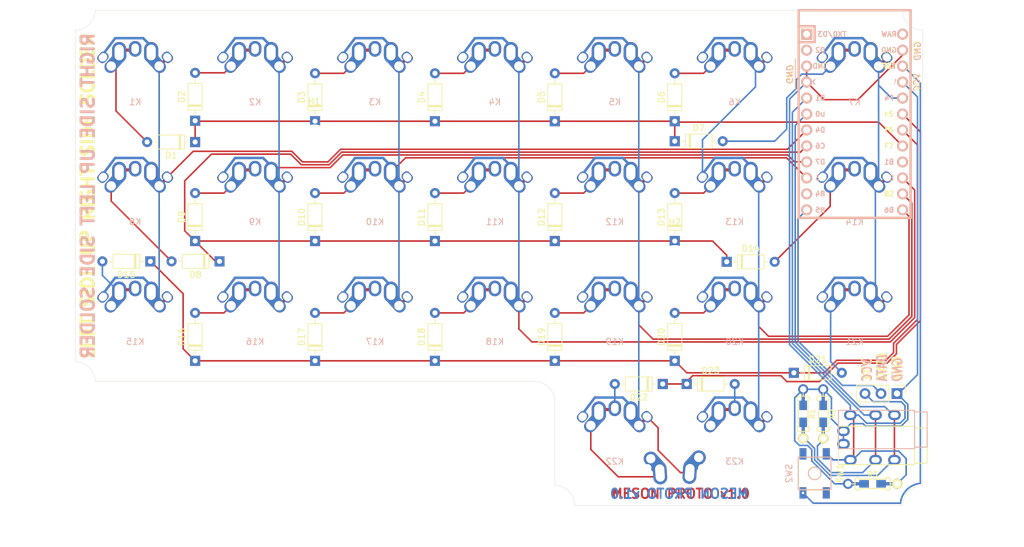
<source format=kicad_pcb>
(kicad_pcb (version 20171130) (host pcbnew "(6.0.0-rc1-dev-1668-g04a478f85)")
  (layers (0 F.Cu signal) (31 B.Cu signal) (34 B.Paste user) (35 F.Paste user) (36 B.SilkS user) (37 F.SilkS user) (38 B.Mask user) (39 F.Mask user) (44 Edge.Cuts user))
  (net 0 "")
  (net 1 "Net-(D1-Pad2)")
  (net 2 "Net-(D2-Pad2)")
  (net 3 "Net-(D3-Pad2)")
  (net 4 "Net-(D4-Pad2)")
  (net 5 "Net-(D5-Pad2)")
  (net 6 "Net-(D6-Pad2)")
  (net 7 "Net-(D7-Pad2)")
  (net 8 "Net-(D8-Pad2)")
  (net 9 "Net-(D9-Pad2)")
  (net 10 "Net-(D10-Pad2)")
  (net 11 "Net-(D11-Pad2)")
  (net 12 "Net-(D12-Pad2)")
  (net 13 "Net-(D13-Pad2)")
  (net 14 "Net-(D14-Pad2)")
  (net 15 "Net-(D15-Pad2)")
  (net 16 "Net-(D16-Pad2)")
  (net 17 "Net-(D17-Pad2)")
  (net 18 "Net-(D18-Pad2)")
  (net 19 "Net-(D19-Pad2)")
  (net 20 "Net-(D20-Pad2)")
  (net 21 "Net-(D21-Pad2)")
  (net 22 "Net-(D22-Pad2)")
  (net 23 "Net-(D23-Pad2)")
  (net 24 VCC)
  (net 25 SDA)
  (net 26 SCL)
  (net 27 LED)
  (net 28 GND)
  (net 29 /col6)
  (net 30 "Net-(SW1-Pad2)")
  (net 31 /row0)
  (net 32 /row1)
  (net 33 /row2)
  (net 34 /row3)
  (net 35 /col0)
  (net 36 /col1)
  (net 37 /col2)
  (net 38 /col3)
  (net 39 /col4)
  (net 40 /col5)
  (module MountingHole:MountingHole_5.3mm_M5 (layer F.Cu) (at 219.075 85.725)
    (fp_text reference H2 (at 0 -6.3) (layer F.SilkS))
    (fp_text value MountingHole)
    (pad 1 np_thru_hole circle (at 0 0) (size 5.3 5.3) (drill 5.3) (layers *.Cu *.Mask))
  )
  (module MountingHole:MountingHole_5.3mm_M5 (layer F.Cu) (at 161.785001 66.535001)
    (fp_text reference H1 (at 0 -6.3) (layer F.SilkS))
    (fp_text value MountingHole)
    (pad 1 np_thru_hole circle (at 0 0) (size 5.3 5.3) (drill 5.3) (layers *.Cu *.Mask))
  )
  (module Keebio-Parts:MX-Alps-Choc-1U-NoLED-Reversible (layer F.Cu) (at 228.6 76.2)
    (fp_text reference K13 (at 0 3.175) (layer B.SilkS) (effects (justify mirror)))
    (fp_text value KEYSW)
    (fp_line (start 1.27 -6.985) (end 2.54 -5.715) (layer B.Cu) (width 0.4))
    (fp_line (start -3.175 -6.985) (end 1.27 -6.985) (layer B.Cu) (width 0.4))
    (fp_line (start -5.08 -4.445) (end -3.175 -6.985) (layer B.Cu) (width 0.4))
    (pad 2 smd rect (at -1.27 -5.08) (size 1.2 0.5) (layers F.Cu F.Paste) (net 13 "Net-(D13-Pad2)"))
    (pad 1 smd rect (at 4.445 -3.175 131.9) (size 0.5 1) (layers F.Cu F.Paste) (net 40 /col5))
    (pad 1 thru_hole roundrect (at 5.11696 -3.935627 131.9) (size 1.8 1.5) (drill oval 1.4 1.2) (layers *.Cu *.Mask) (roundrect_rratio 0.4) (net 40 /col5))
    (pad "" np_thru_hole circle (at 5.22 4.2 131.9) (size 1.2 1.2) (drill 1.2) (layers *.Cu *.Mask))
    (pad 1 thru_hole oval (at 2.54 -4.705833) (size 2.25 3.35) (drill oval 1.47 2.5) (layers *.Cu *.Mask) (net 40 /col5))
    (pad 2 thru_hole oval (at -3.81 -2.54 48.1) (size 4.211556 1.9) (drill 1.5 (offset 0.980778 0)) (layers *.Cu *.Mask) (net 13 "Net-(D13-Pad2)"))
    (pad "" np_thru_hole circle (at 0 0) (size 3.9878 3.9878) (drill 3.9878) (layers *.Cu *.Mask))
    (pad "" np_thru_hole circle (at -5.08 0 48.0996) (size 1.75 1.75) (drill 1.75) (layers *.Cu *.Mask))
    (pad "" np_thru_hole circle (at 5.08 0 48.0996) (size 1.75 1.75) (drill 1.75) (layers *.Cu *.Mask))
    (pad 2 thru_hole oval (at 0 -5.286505) (size 2 2.5) (drill oval 1.2 1.7) (layers *.Cu *.Mask) (net 13 "Net-(D13-Pad2)"))
    (pad "" np_thru_hole circle (at -5.5 0 48.1) (size 1.7 1.7) (drill 1.7) (layers *.Cu *.Mask))
    (pad "" np_thru_hole circle (at 5.5 0 48.1) (size 1.7 1.7) (drill 1.7) (layers *.Cu *.Mask))
    (pad "" np_thru_hole circle (at -5.22 4.2 48.1) (size 1.2 1.2) (drill 1.2) (layers *.Cu *.Mask))
    (pad 1 thru_hole roundrect (at -5.11696 -3.935627 48.1) (size 1.8 1.5) (drill oval 1.4 1.2) (layers *.Cu *.Mask) (roundrect_rratio 0.4) (net 40 /col5))
    (pad 2 thru_hole oval (at -2.54 -4.705833 180) (size 2.25 3.35) (drill oval 1.47 2.5) (layers *.Cu *.Mask) (net 13 "Net-(D13-Pad2)"))
    (pad 1 thru_hole oval (at 3.81 -2.54 131.9) (size 4.211556 1.9) (drill 1.5 (offset 0.980778 0)) (layers *.Cu *.Mask) (net 40 /col5))
  )
  (module random-keyboard-parts:SKQG-1155865 (layer B.Cu) (at 241.3 119.38 90)
    (fp_text reference SW2 (at 0 -4.064 90) (layer B.SilkS) (effects (justify mirror)))
    (fp_text value SW_DPST)
    (pad 4 smd rect (at -3.1 -1.85 90) (size 1.8 1.1) (layers B.Cu B.Paste B.Mask) (net 30 "Net-(SW1-Pad2)"))
    (pad 3 smd rect (at 3.1 1.85 90) (size 1.8 1.1) (layers B.Cu B.Paste B.Mask) (net 28 GND))
    (pad 2 smd rect (at -3.1 1.85 90) (size 1.8 1.1) (layers B.Cu B.Paste B.Mask))
    (pad 1 smd rect (at 3.1 -1.85 90) (size 1.8 1.1) (layers B.Cu B.Paste B.Mask))
  )
  (module random-keyboard-parts:SKQG-1155865 (layer F.Cu) (at 241.3 119.38 90)
    (fp_text reference SW1 (at 0 4.064 90) (layer F.SilkS))
    (fp_text value SW_DPST)
    (pad 4 smd rect (at -3.1 1.85 90) (size 1.8 1.1) (layers F.Cu F.Paste F.Mask))
    (pad 3 smd rect (at 3.1 -1.85 90) (size 1.8 1.1) (layers F.Cu F.Paste F.Mask))
    (pad 2 smd rect (at -3.1 -1.85 90) (size 1.8 1.1) (layers F.Cu F.Paste F.Mask) (net 30 "Net-(SW1-Pad2)"))
    (pad 1 smd rect (at 3.1 1.85 90) (size 1.8 1.1) (layers F.Cu F.Paste F.Mask) (net 28 GND))
  )
  (module Keebio-Parts:Resistor-Hybrid (layer F.Cu) (at 250.5075 121.031 180)
    (fp_text reference R3 (at -0.0254 1.5 180) (layer F.SilkS) (effects (font (size 0.8 0.8))))
    (fp_text value 10k hide)
    (pad 1 smd rect (at 2.5 0 180) (size 2.9 0.5) (layers F.Cu) (net 24 VCC))
    (pad 2 smd rect (at -2.5 0 180) (size 2.9 0.5) (layers F.Cu) (net 28 GND))
    (pad 1 thru_hole circle (at 3.9 0 180) (size 1.6 1.6) (drill 1) (layers *.Cu *.Mask) (net 24 VCC))
    (pad 2 thru_hole circle (at -3.9 0 180) (size 1.6 1.6) (drill 1) (layers *.Cu *.Mask F.SilkS) (net 28 GND))
    (pad 2 smd rect (at -1.35 0 180) (size 1.5 1.2) (layers F.Cu F.Paste F.Mask) (net 28 GND))
    (pad 1 smd rect (at 1.35 0 180) (size 1.5 1.2) (layers F.Cu F.Paste F.Mask) (net 24 VCC))
    (pad 1 smd rect (at 2.5 0 180) (size 2.9 0.5) (layers B.Cu) (net 24 VCC))
    (pad 1 smd rect (at 1.35 0 180) (size 1.5 1.2) (layers B.Cu B.Paste B.Mask) (net 24 VCC))
    (pad 2 smd rect (at -1.35 0 180) (size 1.5 1.2) (layers B.Cu B.Paste B.Mask) (net 28 GND))
    (pad 2 smd rect (at -2.5 0 180) (size 2.9 0.5) (layers B.Cu) (net 28 GND))
  )
  (module Keebio-Parts:MX-Alps-Choc-1U-NoLED-Reversible (layer F.Cu) (at 228.6 114.3)
    (fp_text reference K23 (at 0 3.175) (layer B.SilkS) (effects (justify mirror)))
    (fp_text value KEYSW)
    (fp_line (start 1.27 -6.985) (end 2.54 -5.715) (layer B.Cu) (width 0.4))
    (fp_line (start -3.175 -6.985) (end 1.27 -6.985) (layer B.Cu) (width 0.4))
    (fp_line (start -5.08 -4.445) (end -3.175 -6.985) (layer B.Cu) (width 0.4))
    (pad 2 smd rect (at -1.27 -5.08) (size 1.2 0.5) (layers F.Cu F.Paste) (net 23 "Net-(D23-Pad2)"))
    (pad 1 smd rect (at 4.445 -3.175 131.9) (size 0.5 1) (layers F.Cu F.Paste) (net 40 /col5))
    (pad 1 thru_hole roundrect (at 5.11696 -3.935627 131.9) (size 1.8 1.5) (drill oval 1.4 1.2) (layers *.Cu *.Mask) (roundrect_rratio 0.4) (net 40 /col5))
    (pad "" np_thru_hole circle (at 5.22 4.2 131.9) (size 1.2 1.2) (drill 1.2) (layers *.Cu *.Mask))
    (pad 1 thru_hole oval (at 2.54 -4.705833) (size 2.25 3.35) (drill oval 1.47 2.5) (layers *.Cu *.Mask) (net 40 /col5))
    (pad 2 thru_hole oval (at -3.81 -2.54 48.1) (size 4.211556 1.9) (drill 1.5 (offset 0.980778 0)) (layers *.Cu *.Mask) (net 23 "Net-(D23-Pad2)"))
    (pad "" np_thru_hole circle (at 0 0) (size 3.9878 3.9878) (drill 3.9878) (layers *.Cu *.Mask))
    (pad "" np_thru_hole circle (at -5.08 0 48.0996) (size 1.75 1.75) (drill 1.75) (layers *.Cu *.Mask))
    (pad "" np_thru_hole circle (at 5.08 0 48.0996) (size 1.75 1.75) (drill 1.75) (layers *.Cu *.Mask))
    (pad 2 thru_hole oval (at 0 -5.286505) (size 2 2.5) (drill oval 1.2 1.7) (layers *.Cu *.Mask) (net 23 "Net-(D23-Pad2)"))
    (pad "" np_thru_hole circle (at -5.5 0 48.1) (size 1.7 1.7) (drill 1.7) (layers *.Cu *.Mask))
    (pad "" np_thru_hole circle (at 5.5 0 48.1) (size 1.7 1.7) (drill 1.7) (layers *.Cu *.Mask))
    (pad "" np_thru_hole circle (at -5.22 4.2 48.1) (size 1.2 1.2) (drill 1.2) (layers *.Cu *.Mask))
    (pad 1 thru_hole roundrect (at -5.11696 -3.935627 48.1) (size 1.8 1.5) (drill oval 1.4 1.2) (layers *.Cu *.Mask) (roundrect_rratio 0.4) (net 40 /col5))
    (pad 2 thru_hole oval (at -2.54 -4.705833 180) (size 2.25 3.35) (drill oval 1.47 2.5) (layers *.Cu *.Mask) (net 23 "Net-(D23-Pad2)"))
    (pad 1 thru_hole oval (at 3.81 -2.54 131.9) (size 4.211556 1.9) (drill 1.5 (offset 0.980778 0)) (layers *.Cu *.Mask) (net 40 /col5))
  )
  (module MX_Alps_Hybrid:MX-1U-NoLED-Reversible (layer F.Cu) (at 219.075 114.3 180)
    (fp_text reference Kb22)
    (fp_text value KEYSW)
    (pad 1 thru_hole oval (at -2.370946 -4.949389 266) (size 3.6 2.2) (drill oval 2.75 1.47) (layers *.Cu *.Mask) (net 39 /col4))
    (pad 2 thru_hole oval (at 2.347265 -5.019247 274) (size 3.6 2.2) (drill oval 2.75 1.47) (layers *.Cu *.Mask) (net 22 "Net-(D22-Pad2)"))
    (pad 2 thru_hole oval (at 3.81 -2.738846 311.9) (size 4.211556 2.25) (drill 1.47 (offset 0.980778 0)) (layers *.Cu *.Mask) (net 22 "Net-(D22-Pad2)"))
    (pad "" np_thru_hole circle (at 5.08 0 228.0996) (size 1.75 1.75) (drill 1.75) (layers *.Cu *.Mask))
    (pad "" np_thru_hole circle (at -5.08 0 228.0996) (size 1.75 1.75) (drill 1.75) (layers *.Cu *.Mask))
    (pad "" np_thru_hole circle (at 0 0 180) (size 3.9878 3.9878) (drill 3.9878) (layers *.Cu *.Mask))
    (pad 1 thru_hole oval (at -3.81 -2.54 228) (size 4.211556 2.25) (drill 1.47 (offset 0.980778 0)) (layers *.Cu *.Mask) (net 39 /col4))
  )
  (module Keebio-Parts:TRRS-PJ-320A (layer F.Cu) (at 257.175 114.935 270)
    (fp_text reference TRRS2)
    (fp_text value Conn_01x04_Female)
    (pad 3 thru_hole oval (at 2.3 6.2 270) (size 1.6 2) (drill oval 0.9 1.3) (layers *.Cu *.Mask) (net 26 SCL))
    (pad "" np_thru_hole circle (at 0 1.6 270) (size 0.8 0.8) (drill 0.8) (layers *.Cu *.Mask))
    (pad "" np_thru_hole circle (at 0 8.6 270) (size 0.8 0.8) (drill 0.8) (layers *.Cu *.Mask))
    (pad 4 thru_hole oval (at 2.3 3.2 270) (size 1.6 2) (drill oval 0.9 1.3) (layers *.Cu *.Mask) (net 25 SDA))
    (pad 2 thru_hole oval (at 2.3 10.2 270) (size 1.6 2) (drill oval 0.9 1.3) (layers *.Cu *.Mask) (net 28 GND))
    (pad 1 thru_hole oval (at -2.3 11.3 270) (size 1.6 2) (drill oval 0.9 1.3) (layers *.Cu *.Mask) (net 24 VCC))
  )
  (module Keebio-Parts:TRRS-PJ-320A (layer B.Cu) (at 257.175 112.395 90)
    (fp_text reference TRRS1)
    (fp_text value Conn_01x04_Female)
    (pad 3 thru_hole oval (at 2.3 -6.2 90) (size 1.6 2) (drill oval 0.9 1.3) (layers *.Cu *.Mask) (net 26 SCL))
    (pad "" np_thru_hole circle (at 0 -1.6 90) (size 0.8 0.8) (drill 0.8) (layers *.Cu *.Mask))
    (pad "" np_thru_hole circle (at 0 -8.6 90) (size 0.8 0.8) (drill 0.8) (layers *.Cu *.Mask))
    (pad 4 thru_hole oval (at 2.3 -3.2 90) (size 1.6 2) (drill oval 0.9 1.3) (layers *.Cu *.Mask) (net 25 SDA))
    (pad 2 thru_hole oval (at 2.3 -10.2 90) (size 1.6 2) (drill oval 0.9 1.3) (layers *.Cu *.Mask) (net 28 GND))
    (pad 1 thru_hole oval (at -2.3 -11.3 90) (size 1.6 2) (drill oval 0.9 1.3) (layers *.Cu *.Mask) (net 24 VCC))
  )
  (module Diode_THT:D_DO-35_SOD27_P7.62mm_Horizontal (layer F.Cu) (at 142.86992 66.68262 180)
    (fp_text reference D1 (at 3.81 -2.12 180) (layer F.SilkS))
    (fp_text value 1N4148)
    (pad 2 thru_hole oval (at 7.62 0 180) (size 1.6 1.6) (drill 0.8) (layers *.Cu *.Mask) (net 1 "Net-(D1-Pad2)"))
    (pad 1 thru_hole rect (at 0 0 180) (size 1.6 1.6) (drill 0.8) (layers *.Cu *.Mask) (net 31 /row0))
  )
  (module Diode_THT:D_DO-35_SOD27_P7.62mm_Horizontal (layer F.Cu) (at 142.875 63.2968 90)
    (fp_text reference D2 (at 3.81 -2.12 90) (layer F.SilkS))
    (fp_text value 1N4148)
    (pad 2 thru_hole oval (at 7.62 0 90) (size 1.6 1.6) (drill 0.8) (layers *.Cu *.Mask) (net 2 "Net-(D2-Pad2)"))
    (pad 1 thru_hole rect (at 0 0 90) (size 1.6 1.6) (drill 0.8) (layers *.Cu *.Mask) (net 31 /row0))
  )
  (module Diode_THT:D_DO-35_SOD27_P7.62mm_Horizontal (layer F.Cu) (at 161.925 63.373 90)
    (fp_text reference D3 (at 3.81 -2.12 90) (layer F.SilkS))
    (fp_text value 1N4148)
    (pad 2 thru_hole oval (at 7.62 0 90) (size 1.6 1.6) (drill 0.8) (layers *.Cu *.Mask) (net 3 "Net-(D3-Pad2)"))
    (pad 1 thru_hole rect (at 0 0 90) (size 1.6 1.6) (drill 0.8) (layers *.Cu *.Mask) (net 31 /row0))
  )
  (module Diode_THT:D_DO-35_SOD27_P7.62mm_Horizontal (layer F.Cu) (at 180.975 63.373 90)
    (fp_text reference D4 (at 3.81 -2.12 90) (layer F.SilkS))
    (fp_text value 1N4148)
    (pad 2 thru_hole oval (at 7.62 0 90) (size 1.6 1.6) (drill 0.8) (layers *.Cu *.Mask) (net 4 "Net-(D4-Pad2)"))
    (pad 1 thru_hole rect (at 0 0 90) (size 1.6 1.6) (drill 0.8) (layers *.Cu *.Mask) (net 31 /row0))
  )
  (module Diode_THT:D_DO-35_SOD27_P7.62mm_Horizontal (layer F.Cu) (at 200.025 63.373 90)
    (fp_text reference D5 (at 3.81 -2.12 90) (layer F.SilkS))
    (fp_text value 1N4148)
    (pad 2 thru_hole oval (at 7.62 0 90) (size 1.6 1.6) (drill 0.8) (layers *.Cu *.Mask) (net 5 "Net-(D5-Pad2)"))
    (pad 1 thru_hole rect (at 0 0 90) (size 1.6 1.6) (drill 0.8) (layers *.Cu *.Mask) (net 31 /row0))
  )
  (module Diode_THT:D_DO-35_SOD27_P7.62mm_Horizontal (layer F.Cu) (at 219.075 63.373 90)
    (fp_text reference D6 (at 3.81 -2.12 90) (layer F.SilkS))
    (fp_text value 1N4148)
    (pad 2 thru_hole oval (at 7.62 0 90) (size 1.6 1.6) (drill 0.8) (layers *.Cu *.Mask) (net 6 "Net-(D6-Pad2)"))
    (pad 1 thru_hole rect (at 0 0 90) (size 1.6 1.6) (drill 0.8) (layers *.Cu *.Mask) (net 31 /row0))
  )
  (module Diode_THT:D_DO-35_SOD27_P7.62mm_Horizontal (layer F.Cu) (at 219.075 66.548)
    (fp_text reference D7 (at 3.81 -2.12) (layer F.SilkS))
    (fp_text value 1N4148)
    (pad 2 thru_hole oval (at 7.62 0) (size 1.6 1.6) (drill 0.8) (layers *.Cu *.Mask) (net 7 "Net-(D7-Pad2)"))
    (pad 1 thru_hole rect (at 0 0) (size 1.6 1.6) (drill 0.8) (layers *.Cu *.Mask) (net 31 /row0))
  )
  (module Diode_THT:D_DO-35_SOD27_P7.62mm_Horizontal (layer F.Cu) (at 146.7485 85.6615 180)
    (fp_text reference D8 (at 3.81 -2.12 180) (layer F.SilkS))
    (fp_text value 1N4148)
    (pad 2 thru_hole oval (at 7.62 0 180) (size 1.6 1.6) (drill 0.8) (layers *.Cu *.Mask) (net 8 "Net-(D8-Pad2)"))
    (pad 1 thru_hole rect (at 0 0 180) (size 1.6 1.6) (drill 0.8) (layers *.Cu *.Mask) (net 32 /row1))
  )
  (module Diode_THT:D_DO-35_SOD27_P7.62mm_Horizontal (layer F.Cu) (at 142.875 82.423 90)
    (fp_text reference D9 (at 3.81 -2.12 90) (layer F.SilkS))
    (fp_text value 1N4148)
    (pad 2 thru_hole oval (at 7.62 0 90) (size 1.6 1.6) (drill 0.8) (layers *.Cu *.Mask) (net 9 "Net-(D9-Pad2)"))
    (pad 1 thru_hole rect (at 0 0 90) (size 1.6 1.6) (drill 0.8) (layers *.Cu *.Mask) (net 32 /row1))
  )
  (module Diode_THT:D_DO-35_SOD27_P7.62mm_Horizontal (layer F.Cu) (at 161.925 82.423 90)
    (fp_text reference D10 (at 3.81 -2.12 90) (layer F.SilkS))
    (fp_text value 1N4148)
    (pad 2 thru_hole oval (at 7.62 0 90) (size 1.6 1.6) (drill 0.8) (layers *.Cu *.Mask) (net 10 "Net-(D10-Pad2)"))
    (pad 1 thru_hole rect (at 0 0 90) (size 1.6 1.6) (drill 0.8) (layers *.Cu *.Mask) (net 32 /row1))
  )
  (module Diode_THT:D_DO-35_SOD27_P7.62mm_Horizontal (layer F.Cu) (at 180.975 82.423 90)
    (fp_text reference D11 (at 3.81 -2.12 90) (layer F.SilkS))
    (fp_text value 1N4148)
    (pad 2 thru_hole oval (at 7.62 0 90) (size 1.6 1.6) (drill 0.8) (layers *.Cu *.Mask) (net 11 "Net-(D11-Pad2)"))
    (pad 1 thru_hole rect (at 0 0 90) (size 1.6 1.6) (drill 0.8) (layers *.Cu *.Mask) (net 32 /row1))
  )
  (module Diode_THT:D_DO-35_SOD27_P7.62mm_Horizontal (layer F.Cu) (at 200.025 82.423 90)
    (fp_text reference D12 (at 3.81 -2.12 90) (layer F.SilkS))
    (fp_text value 1N4148)
    (pad 2 thru_hole oval (at 7.62 0 90) (size 1.6 1.6) (drill 0.8) (layers *.Cu *.Mask) (net 12 "Net-(D12-Pad2)"))
    (pad 1 thru_hole rect (at 0 0 90) (size 1.6 1.6) (drill 0.8) (layers *.Cu *.Mask) (net 32 /row1))
  )
  (module Diode_THT:D_DO-35_SOD27_P7.62mm_Horizontal (layer F.Cu) (at 219.075 82.423 90)
    (fp_text reference D13 (at 3.81 -2.12 90) (layer F.SilkS))
    (fp_text value 1N4148)
    (pad 2 thru_hole oval (at 7.62 0 90) (size 1.6 1.6) (drill 0.8) (layers *.Cu *.Mask) (net 13 "Net-(D13-Pad2)"))
    (pad 1 thru_hole rect (at 0 0 90) (size 1.6 1.6) (drill 0.8) (layers *.Cu *.Mask) (net 32 /row1))
  )
  (module Diode_THT:D_DO-35_SOD27_P7.62mm_Horizontal (layer F.Cu) (at 227.33 85.725)
    (fp_text reference D14 (at 3.81 -2.12) (layer F.SilkS))
    (fp_text value 1N4148)
    (pad 2 thru_hole oval (at 7.62 0) (size 1.6 1.6) (drill 0.8) (layers *.Cu *.Mask) (net 14 "Net-(D14-Pad2)"))
    (pad 1 thru_hole rect (at 0 0) (size 1.6 1.6) (drill 0.8) (layers *.Cu *.Mask) (net 32 /row1))
  )
  (module Diode_THT:D_DO-35_SOD27_P7.62mm_Horizontal (layer F.Cu) (at 135.763 85.6615 180)
    (fp_text reference D15 (at 3.81 -2.12 180) (layer F.SilkS))
    (fp_text value 1N4148)
    (pad 2 thru_hole oval (at 7.62 0 180) (size 1.6 1.6) (drill 0.8) (layers *.Cu *.Mask) (net 15 "Net-(D15-Pad2)"))
    (pad 1 thru_hole rect (at 0 0 180) (size 1.6 1.6) (drill 0.8) (layers *.Cu *.Mask) (net 33 /row2))
  )
  (module Diode_THT:D_DO-35_SOD27_P7.62mm_Horizontal (layer F.Cu) (at 142.875 101.473 90)
    (fp_text reference D16 (at 3.81 -2.12 90) (layer F.SilkS))
    (fp_text value 1N4148)
    (pad 2 thru_hole oval (at 7.62 0 90) (size 1.6 1.6) (drill 0.8) (layers *.Cu *.Mask) (net 16 "Net-(D16-Pad2)"))
    (pad 1 thru_hole rect (at 0 0 90) (size 1.6 1.6) (drill 0.8) (layers *.Cu *.Mask) (net 33 /row2))
  )
  (module Diode_THT:D_DO-35_SOD27_P7.62mm_Horizontal (layer F.Cu) (at 161.925 101.473 90)
    (fp_text reference D17 (at 3.81 -2.12 90) (layer F.SilkS))
    (fp_text value 1N4148)
    (pad 2 thru_hole oval (at 7.62 0 90) (size 1.6 1.6) (drill 0.8) (layers *.Cu *.Mask) (net 17 "Net-(D17-Pad2)"))
    (pad 1 thru_hole rect (at 0 0 90) (size 1.6 1.6) (drill 0.8) (layers *.Cu *.Mask) (net 33 /row2))
  )
  (module Diode_THT:D_DO-35_SOD27_P7.62mm_Horizontal (layer F.Cu) (at 180.975 101.473 90)
    (fp_text reference D18 (at 3.81 -2.12 90) (layer F.SilkS))
    (fp_text value 1N4148)
    (pad 2 thru_hole oval (at 7.62 0 90) (size 1.6 1.6) (drill 0.8) (layers *.Cu *.Mask) (net 18 "Net-(D18-Pad2)"))
    (pad 1 thru_hole rect (at 0 0 90) (size 1.6 1.6) (drill 0.8) (layers *.Cu *.Mask) (net 33 /row2))
  )
  (module Diode_THT:D_DO-35_SOD27_P7.62mm_Horizontal (layer F.Cu) (at 200.025 101.473 90)
    (fp_text reference D19 (at 3.81 -2.12 90) (layer F.SilkS))
    (fp_text value 1N4148)
    (pad 2 thru_hole oval (at 7.62 0 90) (size 1.6 1.6) (drill 0.8) (layers *.Cu *.Mask) (net 19 "Net-(D19-Pad2)"))
    (pad 1 thru_hole rect (at 0 0 90) (size 1.6 1.6) (drill 0.8) (layers *.Cu *.Mask) (net 33 /row2))
  )
  (module Diode_THT:D_DO-35_SOD27_P7.62mm_Horizontal (layer F.Cu) (at 219.075 101.473 90)
    (fp_text reference D20 (at 3.81 -2.12 90) (layer F.SilkS))
    (fp_text value 1N4148)
    (pad 2 thru_hole oval (at 7.62 0 90) (size 1.6 1.6) (drill 0.8) (layers *.Cu *.Mask) (net 20 "Net-(D20-Pad2)"))
    (pad 1 thru_hole rect (at 0 0 90) (size 1.6 1.6) (drill 0.8) (layers *.Cu *.Mask) (net 33 /row2))
  )
  (module Diode_THT:D_DO-35_SOD27_P7.62mm_Horizontal (layer F.Cu) (at 237.998 103.378)
    (fp_text reference D21 (at 3.81 -2.12) (layer F.SilkS))
    (fp_text value 1N4148)
    (pad 2 thru_hole oval (at 7.62 0) (size 1.6 1.6) (drill 0.8) (layers *.Cu *.Mask) (net 21 "Net-(D21-Pad2)"))
    (pad 1 thru_hole rect (at 0 0) (size 1.6 1.6) (drill 0.8) (layers *.Cu *.Mask) (net 33 /row2))
  )
  (module Diode_THT:D_DO-35_SOD27_P7.62mm_Horizontal (layer F.Cu) (at 217.17 105.156 180)
    (fp_text reference D22 (at 3.81 -2.12 180) (layer F.SilkS))
    (fp_text value 1N4148)
    (pad 2 thru_hole oval (at 7.62 0 180) (size 1.6 1.6) (drill 0.8) (layers *.Cu *.Mask) (net 22 "Net-(D22-Pad2)"))
    (pad 1 thru_hole rect (at 0 0 180) (size 1.6 1.6) (drill 0.8) (layers *.Cu *.Mask) (net 34 /row3))
  )
  (module Diode_THT:D_DO-35_SOD27_P7.62mm_Horizontal (layer F.Cu) (at 220.98 105.156)
    (fp_text reference D23 (at 3.81 -2.12) (layer F.SilkS))
    (fp_text value 1N4148)
    (pad 2 thru_hole oval (at 7.62 0) (size 1.6 1.6) (drill 0.8) (layers *.Cu *.Mask) (net 23 "Net-(D23-Pad2)"))
    (pad 1 thru_hole rect (at 0 0) (size 1.6 1.6) (drill 0.8) (layers *.Cu *.Mask) (net 34 /row3))
  )
  (module Keebio-Parts:MX-Alps-Choc-1U-NoLED-Reversible (layer F.Cu) (at 133.35 57.15)
    (fp_text reference K1 (at 0 3.175) (layer B.SilkS) (effects (justify mirror)))
    (fp_text value KEYSW)
    (fp_line (start 1.27 -6.985) (end 2.54 -5.715) (layer B.Cu) (width 0.4))
    (fp_line (start -3.175 -6.985) (end 1.27 -6.985) (layer B.Cu) (width 0.4))
    (fp_line (start -5.08 -4.445) (end -3.175 -6.985) (layer B.Cu) (width 0.4))
    (pad 2 smd rect (at -1.27 -5.08) (size 1.2 0.5) (layers F.Cu F.Paste) (net 1 "Net-(D1-Pad2)"))
    (pad 1 smd rect (at 4.445 -3.175 131.9) (size 0.5 1) (layers F.Cu F.Paste) (net 35 /col0))
    (pad 1 thru_hole roundrect (at 5.11696 -3.935627 131.9) (size 1.8 1.5) (drill oval 1.4 1.2) (layers *.Cu *.Mask) (roundrect_rratio 0.4) (net 35 /col0))
    (pad "" np_thru_hole circle (at 5.22 4.2 131.9) (size 1.2 1.2) (drill 1.2) (layers *.Cu *.Mask))
    (pad 1 thru_hole oval (at 2.54 -4.705833) (size 2.25 3.35) (drill oval 1.47 2.5) (layers *.Cu *.Mask) (net 35 /col0))
    (pad 2 thru_hole oval (at -3.81 -2.54 48.1) (size 4.211556 1.9) (drill 1.5 (offset 0.980778 0)) (layers *.Cu *.Mask) (net 1 "Net-(D1-Pad2)"))
    (pad "" np_thru_hole circle (at 0 0) (size 3.9878 3.9878) (drill 3.9878) (layers *.Cu *.Mask))
    (pad "" np_thru_hole circle (at -5.08 0 48.0996) (size 1.75 1.75) (drill 1.75) (layers *.Cu *.Mask))
    (pad "" np_thru_hole circle (at 5.08 0 48.0996) (size 1.75 1.75) (drill 1.75) (layers *.Cu *.Mask))
    (pad 2 thru_hole oval (at 0 -5.286505) (size 2 2.5) (drill oval 1.2 1.7) (layers *.Cu *.Mask) (net 1 "Net-(D1-Pad2)"))
    (pad "" np_thru_hole circle (at -5.5 0 48.1) (size 1.7 1.7) (drill 1.7) (layers *.Cu *.Mask))
    (pad "" np_thru_hole circle (at 5.5 0 48.1) (size 1.7 1.7) (drill 1.7) (layers *.Cu *.Mask))
    (pad "" np_thru_hole circle (at -5.22 4.2 48.1) (size 1.2 1.2) (drill 1.2) (layers *.Cu *.Mask))
    (pad 1 thru_hole roundrect (at -5.11696 -3.935627 48.1) (size 1.8 1.5) (drill oval 1.4 1.2) (layers *.Cu *.Mask) (roundrect_rratio 0.4) (net 35 /col0))
    (pad 2 thru_hole oval (at -2.54 -4.705833 180) (size 2.25 3.35) (drill oval 1.47 2.5) (layers *.Cu *.Mask) (net 1 "Net-(D1-Pad2)"))
    (pad 1 thru_hole oval (at 3.81 -2.54 131.9) (size 4.211556 1.9) (drill 1.5 (offset 0.980778 0)) (layers *.Cu *.Mask) (net 35 /col0))
  )
  (module Keebio-Parts:MX-Alps-Choc-1U-NoLED-Reversible (layer F.Cu) (at 152.4 57.15)
    (fp_text reference K2 (at 0 3.175) (layer B.SilkS) (effects (justify mirror)))
    (fp_text value KEYSW)
    (fp_line (start 1.27 -6.985) (end 2.54 -5.715) (layer B.Cu) (width 0.4))
    (fp_line (start -3.175 -6.985) (end 1.27 -6.985) (layer B.Cu) (width 0.4))
    (fp_line (start -5.08 -4.445) (end -3.175 -6.985) (layer B.Cu) (width 0.4))
    (pad 2 smd rect (at -1.27 -5.08) (size 1.2 0.5) (layers F.Cu F.Paste) (net 2 "Net-(D2-Pad2)"))
    (pad 1 smd rect (at 4.445 -3.175 131.9) (size 0.5 1) (layers F.Cu F.Paste) (net 36 /col1))
    (pad 1 thru_hole roundrect (at 5.11696 -3.935627 131.9) (size 1.8 1.5) (drill oval 1.4 1.2) (layers *.Cu *.Mask) (roundrect_rratio 0.4) (net 36 /col1))
    (pad "" np_thru_hole circle (at 5.22 4.2 131.9) (size 1.2 1.2) (drill 1.2) (layers *.Cu *.Mask))
    (pad 1 thru_hole oval (at 2.54 -4.705833) (size 2.25 3.35) (drill oval 1.47 2.5) (layers *.Cu *.Mask) (net 36 /col1))
    (pad 2 thru_hole oval (at -3.81 -2.54 48.1) (size 4.211556 1.9) (drill 1.5 (offset 0.980778 0)) (layers *.Cu *.Mask) (net 2 "Net-(D2-Pad2)"))
    (pad "" np_thru_hole circle (at 0 0) (size 3.9878 3.9878) (drill 3.9878) (layers *.Cu *.Mask))
    (pad "" np_thru_hole circle (at -5.08 0 48.0996) (size 1.75 1.75) (drill 1.75) (layers *.Cu *.Mask))
    (pad "" np_thru_hole circle (at 5.08 0 48.0996) (size 1.75 1.75) (drill 1.75) (layers *.Cu *.Mask))
    (pad 2 thru_hole oval (at 0 -5.286505) (size 2 2.5) (drill oval 1.2 1.7) (layers *.Cu *.Mask) (net 2 "Net-(D2-Pad2)"))
    (pad "" np_thru_hole circle (at -5.5 0 48.1) (size 1.7 1.7) (drill 1.7) (layers *.Cu *.Mask))
    (pad "" np_thru_hole circle (at 5.5 0 48.1) (size 1.7 1.7) (drill 1.7) (layers *.Cu *.Mask))
    (pad "" np_thru_hole circle (at -5.22 4.2 48.1) (size 1.2 1.2) (drill 1.2) (layers *.Cu *.Mask))
    (pad 1 thru_hole roundrect (at -5.11696 -3.935627 48.1) (size 1.8 1.5) (drill oval 1.4 1.2) (layers *.Cu *.Mask) (roundrect_rratio 0.4) (net 36 /col1))
    (pad 2 thru_hole oval (at -2.54 -4.705833 180) (size 2.25 3.35) (drill oval 1.47 2.5) (layers *.Cu *.Mask) (net 2 "Net-(D2-Pad2)"))
    (pad 1 thru_hole oval (at 3.81 -2.54 131.9) (size 4.211556 1.9) (drill 1.5 (offset 0.980778 0)) (layers *.Cu *.Mask) (net 36 /col1))
  )
  (module Keebio-Parts:MX-Alps-Choc-1U-NoLED-Reversible (layer F.Cu) (at 171.45 57.15)
    (fp_text reference K3 (at 0 3.175) (layer B.SilkS) (effects (justify mirror)))
    (fp_text value KEYSW)
    (fp_line (start 1.27 -6.985) (end 2.54 -5.715) (layer B.Cu) (width 0.4))
    (fp_line (start -3.175 -6.985) (end 1.27 -6.985) (layer B.Cu) (width 0.4))
    (fp_line (start -5.08 -4.445) (end -3.175 -6.985) (layer B.Cu) (width 0.4))
    (pad 2 smd rect (at -1.27 -5.08) (size 1.2 0.5) (layers F.Cu F.Paste) (net 3 "Net-(D3-Pad2)"))
    (pad 1 smd rect (at 4.445 -3.175 131.9) (size 0.5 1) (layers F.Cu F.Paste) (net 37 /col2))
    (pad 1 thru_hole roundrect (at 5.11696 -3.935627 131.9) (size 1.8 1.5) (drill oval 1.4 1.2) (layers *.Cu *.Mask) (roundrect_rratio 0.4) (net 37 /col2))
    (pad "" np_thru_hole circle (at 5.22 4.2 131.9) (size 1.2 1.2) (drill 1.2) (layers *.Cu *.Mask))
    (pad 1 thru_hole oval (at 2.54 -4.705833) (size 2.25 3.35) (drill oval 1.47 2.5) (layers *.Cu *.Mask) (net 37 /col2))
    (pad 2 thru_hole oval (at -3.81 -2.54 48.1) (size 4.211556 1.9) (drill 1.5 (offset 0.980778 0)) (layers *.Cu *.Mask) (net 3 "Net-(D3-Pad2)"))
    (pad "" np_thru_hole circle (at 0 0) (size 3.9878 3.9878) (drill 3.9878) (layers *.Cu *.Mask))
    (pad "" np_thru_hole circle (at -5.08 0 48.0996) (size 1.75 1.75) (drill 1.75) (layers *.Cu *.Mask))
    (pad "" np_thru_hole circle (at 5.08 0 48.0996) (size 1.75 1.75) (drill 1.75) (layers *.Cu *.Mask))
    (pad 2 thru_hole oval (at 0 -5.286505) (size 2 2.5) (drill oval 1.2 1.7) (layers *.Cu *.Mask) (net 3 "Net-(D3-Pad2)"))
    (pad "" np_thru_hole circle (at -5.5 0 48.1) (size 1.7 1.7) (drill 1.7) (layers *.Cu *.Mask))
    (pad "" np_thru_hole circle (at 5.5 0 48.1) (size 1.7 1.7) (drill 1.7) (layers *.Cu *.Mask))
    (pad "" np_thru_hole circle (at -5.22 4.2 48.1) (size 1.2 1.2) (drill 1.2) (layers *.Cu *.Mask))
    (pad 1 thru_hole roundrect (at -5.11696 -3.935627 48.1) (size 1.8 1.5) (drill oval 1.4 1.2) (layers *.Cu *.Mask) (roundrect_rratio 0.4) (net 37 /col2))
    (pad 2 thru_hole oval (at -2.54 -4.705833 180) (size 2.25 3.35) (drill oval 1.47 2.5) (layers *.Cu *.Mask) (net 3 "Net-(D3-Pad2)"))
    (pad 1 thru_hole oval (at 3.81 -2.54 131.9) (size 4.211556 1.9) (drill 1.5 (offset 0.980778 0)) (layers *.Cu *.Mask) (net 37 /col2))
  )
  (module Keebio-Parts:MX-Alps-Choc-1U-NoLED-Reversible (layer F.Cu) (at 190.5 57.15)
    (fp_text reference K4 (at 0 3.175) (layer B.SilkS) (effects (justify mirror)))
    (fp_text value KEYSW)
    (fp_line (start 1.27 -6.985) (end 2.54 -5.715) (layer B.Cu) (width 0.4))
    (fp_line (start -3.175 -6.985) (end 1.27 -6.985) (layer B.Cu) (width 0.4))
    (fp_line (start -5.08 -4.445) (end -3.175 -6.985) (layer B.Cu) (width 0.4))
    (pad 2 smd rect (at -1.27 -5.08) (size 1.2 0.5) (layers F.Cu F.Paste) (net 4 "Net-(D4-Pad2)"))
    (pad 1 smd rect (at 4.445 -3.175 131.9) (size 0.5 1) (layers F.Cu F.Paste) (net 38 /col3))
    (pad 1 thru_hole roundrect (at 5.11696 -3.935627 131.9) (size 1.8 1.5) (drill oval 1.4 1.2) (layers *.Cu *.Mask) (roundrect_rratio 0.4) (net 38 /col3))
    (pad "" np_thru_hole circle (at 5.22 4.2 131.9) (size 1.2 1.2) (drill 1.2) (layers *.Cu *.Mask))
    (pad 1 thru_hole oval (at 2.54 -4.705833) (size 2.25 3.35) (drill oval 1.47 2.5) (layers *.Cu *.Mask) (net 38 /col3))
    (pad 2 thru_hole oval (at -3.81 -2.54 48.1) (size 4.211556 1.9) (drill 1.5 (offset 0.980778 0)) (layers *.Cu *.Mask) (net 4 "Net-(D4-Pad2)"))
    (pad "" np_thru_hole circle (at 0 0) (size 3.9878 3.9878) (drill 3.9878) (layers *.Cu *.Mask))
    (pad "" np_thru_hole circle (at -5.08 0 48.0996) (size 1.75 1.75) (drill 1.75) (layers *.Cu *.Mask))
    (pad "" np_thru_hole circle (at 5.08 0 48.0996) (size 1.75 1.75) (drill 1.75) (layers *.Cu *.Mask))
    (pad 2 thru_hole oval (at 0 -5.286505) (size 2 2.5) (drill oval 1.2 1.7) (layers *.Cu *.Mask) (net 4 "Net-(D4-Pad2)"))
    (pad "" np_thru_hole circle (at -5.5 0 48.1) (size 1.7 1.7) (drill 1.7) (layers *.Cu *.Mask))
    (pad "" np_thru_hole circle (at 5.5 0 48.1) (size 1.7 1.7) (drill 1.7) (layers *.Cu *.Mask))
    (pad "" np_thru_hole circle (at -5.22 4.2 48.1) (size 1.2 1.2) (drill 1.2) (layers *.Cu *.Mask))
    (pad 1 thru_hole roundrect (at -5.11696 -3.935627 48.1) (size 1.8 1.5) (drill oval 1.4 1.2) (layers *.Cu *.Mask) (roundrect_rratio 0.4) (net 38 /col3))
    (pad 2 thru_hole oval (at -2.54 -4.705833 180) (size 2.25 3.35) (drill oval 1.47 2.5) (layers *.Cu *.Mask) (net 4 "Net-(D4-Pad2)"))
    (pad 1 thru_hole oval (at 3.81 -2.54 131.9) (size 4.211556 1.9) (drill 1.5 (offset 0.980778 0)) (layers *.Cu *.Mask) (net 38 /col3))
  )
  (module Keebio-Parts:MX-Alps-Choc-1U-NoLED-Reversible (layer F.Cu) (at 209.55 57.15)
    (fp_text reference K5 (at 0 3.175) (layer B.SilkS) (effects (justify mirror)))
    (fp_text value KEYSW)
    (fp_line (start 1.27 -6.985) (end 2.54 -5.715) (layer B.Cu) (width 0.4))
    (fp_line (start -3.175 -6.985) (end 1.27 -6.985) (layer B.Cu) (width 0.4))
    (fp_line (start -5.08 -4.445) (end -3.175 -6.985) (layer B.Cu) (width 0.4))
    (pad 2 smd rect (at -1.27 -5.08) (size 1.2 0.5) (layers F.Cu F.Paste) (net 5 "Net-(D5-Pad2)"))
    (pad 1 smd rect (at 4.445 -3.175 131.9) (size 0.5 1) (layers F.Cu F.Paste) (net 39 /col4))
    (pad 1 thru_hole roundrect (at 5.11696 -3.935627 131.9) (size 1.8 1.5) (drill oval 1.4 1.2) (layers *.Cu *.Mask) (roundrect_rratio 0.4) (net 39 /col4))
    (pad "" np_thru_hole circle (at 5.22 4.2 131.9) (size 1.2 1.2) (drill 1.2) (layers *.Cu *.Mask))
    (pad 1 thru_hole oval (at 2.54 -4.705833) (size 2.25 3.35) (drill oval 1.47 2.5) (layers *.Cu *.Mask) (net 39 /col4))
    (pad 2 thru_hole oval (at -3.81 -2.54 48.1) (size 4.211556 1.9) (drill 1.5 (offset 0.980778 0)) (layers *.Cu *.Mask) (net 5 "Net-(D5-Pad2)"))
    (pad "" np_thru_hole circle (at 0 0) (size 3.9878 3.9878) (drill 3.9878) (layers *.Cu *.Mask))
    (pad "" np_thru_hole circle (at -5.08 0 48.0996) (size 1.75 1.75) (drill 1.75) (layers *.Cu *.Mask))
    (pad "" np_thru_hole circle (at 5.08 0 48.0996) (size 1.75 1.75) (drill 1.75) (layers *.Cu *.Mask))
    (pad 2 thru_hole oval (at 0 -5.286505) (size 2 2.5) (drill oval 1.2 1.7) (layers *.Cu *.Mask) (net 5 "Net-(D5-Pad2)"))
    (pad "" np_thru_hole circle (at -5.5 0 48.1) (size 1.7 1.7) (drill 1.7) (layers *.Cu *.Mask))
    (pad "" np_thru_hole circle (at 5.5 0 48.1) (size 1.7 1.7) (drill 1.7) (layers *.Cu *.Mask))
    (pad "" np_thru_hole circle (at -5.22 4.2 48.1) (size 1.2 1.2) (drill 1.2) (layers *.Cu *.Mask))
    (pad 1 thru_hole roundrect (at -5.11696 -3.935627 48.1) (size 1.8 1.5) (drill oval 1.4 1.2) (layers *.Cu *.Mask) (roundrect_rratio 0.4) (net 39 /col4))
    (pad 2 thru_hole oval (at -2.54 -4.705833 180) (size 2.25 3.35) (drill oval 1.47 2.5) (layers *.Cu *.Mask) (net 5 "Net-(D5-Pad2)"))
    (pad 1 thru_hole oval (at 3.81 -2.54 131.9) (size 4.211556 1.9) (drill 1.5 (offset 0.980778 0)) (layers *.Cu *.Mask) (net 39 /col4))
  )
  (module Keebio-Parts:MX-Alps-Choc-1U-NoLED-Reversible (layer F.Cu) (at 228.6 57.15)
    (fp_text reference K6 (at 0 3.175) (layer B.SilkS) (effects (justify mirror)))
    (fp_text value KEYSW)
    (fp_line (start 1.27 -6.985) (end 2.54 -5.715) (layer B.Cu) (width 0.4))
    (fp_line (start -3.175 -6.985) (end 1.27 -6.985) (layer B.Cu) (width 0.4))
    (fp_line (start -5.08 -4.445) (end -3.175 -6.985) (layer B.Cu) (width 0.4))
    (pad 2 smd rect (at -1.27 -5.08) (size 1.2 0.5) (layers F.Cu F.Paste) (net 6 "Net-(D6-Pad2)"))
    (pad 1 smd rect (at 4.445 -3.175 131.9) (size 0.5 1) (layers F.Cu F.Paste) (net 40 /col5))
    (pad 1 thru_hole roundrect (at 5.11696 -3.935627 131.9) (size 1.8 1.5) (drill oval 1.4 1.2) (layers *.Cu *.Mask) (roundrect_rratio 0.4) (net 40 /col5))
    (pad "" np_thru_hole circle (at 5.22 4.2 131.9) (size 1.2 1.2) (drill 1.2) (layers *.Cu *.Mask))
    (pad 1 thru_hole oval (at 2.54 -4.705833) (size 2.25 3.35) (drill oval 1.47 2.5) (layers *.Cu *.Mask) (net 40 /col5))
    (pad 2 thru_hole oval (at -3.81 -2.54 48.1) (size 4.211556 1.9) (drill 1.5 (offset 0.980778 0)) (layers *.Cu *.Mask) (net 6 "Net-(D6-Pad2)"))
    (pad "" np_thru_hole circle (at 0 0) (size 3.9878 3.9878) (drill 3.9878) (layers *.Cu *.Mask))
    (pad "" np_thru_hole circle (at -5.08 0 48.0996) (size 1.75 1.75) (drill 1.75) (layers *.Cu *.Mask))
    (pad "" np_thru_hole circle (at 5.08 0 48.0996) (size 1.75 1.75) (drill 1.75) (layers *.Cu *.Mask))
    (pad 2 thru_hole oval (at 0 -5.286505) (size 2 2.5) (drill oval 1.2 1.7) (layers *.Cu *.Mask) (net 6 "Net-(D6-Pad2)"))
    (pad "" np_thru_hole circle (at -5.5 0 48.1) (size 1.7 1.7) (drill 1.7) (layers *.Cu *.Mask))
    (pad "" np_thru_hole circle (at 5.5 0 48.1) (size 1.7 1.7) (drill 1.7) (layers *.Cu *.Mask))
    (pad "" np_thru_hole circle (at -5.22 4.2 48.1) (size 1.2 1.2) (drill 1.2) (layers *.Cu *.Mask))
    (pad 1 thru_hole roundrect (at -5.11696 -3.935627 48.1) (size 1.8 1.5) (drill oval 1.4 1.2) (layers *.Cu *.Mask) (roundrect_rratio 0.4) (net 40 /col5))
    (pad 2 thru_hole oval (at -2.54 -4.705833 180) (size 2.25 3.35) (drill oval 1.47 2.5) (layers *.Cu *.Mask) (net 6 "Net-(D6-Pad2)"))
    (pad 1 thru_hole oval (at 3.81 -2.54 131.9) (size 4.211556 1.9) (drill 1.5 (offset 0.980778 0)) (layers *.Cu *.Mask) (net 40 /col5))
  )
  (module Keebio-Parts:MX-Alps-Choc-1U-NoLED-Reversible (layer F.Cu) (at 247.65 57.15)
    (fp_text reference K7 (at 0 3.175) (layer B.SilkS) (effects (justify mirror)))
    (fp_text value KEYSW)
    (fp_line (start 1.27 -6.985) (end 2.54 -5.715) (layer B.Cu) (width 0.4))
    (fp_line (start -3.175 -6.985) (end 1.27 -6.985) (layer B.Cu) (width 0.4))
    (fp_line (start -5.08 -4.445) (end -3.175 -6.985) (layer B.Cu) (width 0.4))
    (pad 2 smd rect (at -1.27 -5.08) (size 1.2 0.5) (layers F.Cu F.Paste) (net 7 "Net-(D7-Pad2)"))
    (pad 1 smd rect (at 4.445 -3.175 131.9) (size 0.5 1) (layers F.Cu F.Paste) (net 29 /col6))
    (pad 1 thru_hole roundrect (at 5.11696 -3.935627 131.9) (size 1.8 1.5) (drill oval 1.4 1.2) (layers *.Cu *.Mask) (roundrect_rratio 0.4) (net 29 /col6))
    (pad "" np_thru_hole circle (at 5.22 4.2 131.9) (size 1.2 1.2) (drill 1.2) (layers *.Cu *.Mask))
    (pad 1 thru_hole oval (at 2.54 -4.705833) (size 2.25 3.35) (drill oval 1.47 2.5) (layers *.Cu *.Mask) (net 29 /col6))
    (pad 2 thru_hole oval (at -3.81 -2.54 48.1) (size 4.211556 1.9) (drill 1.5 (offset 0.980778 0)) (layers *.Cu *.Mask) (net 7 "Net-(D7-Pad2)"))
    (pad "" np_thru_hole circle (at 0 0) (size 3.9878 3.9878) (drill 3.9878) (layers *.Cu *.Mask))
    (pad "" np_thru_hole circle (at -5.08 0 48.0996) (size 1.75 1.75) (drill 1.75) (layers *.Cu *.Mask))
    (pad "" np_thru_hole circle (at 5.08 0 48.0996) (size 1.75 1.75) (drill 1.75) (layers *.Cu *.Mask))
    (pad 2 thru_hole oval (at 0 -5.286505) (size 2 2.5) (drill oval 1.2 1.7) (layers *.Cu *.Mask) (net 7 "Net-(D7-Pad2)"))
    (pad "" np_thru_hole circle (at -5.5 0 48.1) (size 1.7 1.7) (drill 1.7) (layers *.Cu *.Mask))
    (pad "" np_thru_hole circle (at 5.5 0 48.1) (size 1.7 1.7) (drill 1.7) (layers *.Cu *.Mask))
    (pad "" np_thru_hole circle (at -5.22 4.2 48.1) (size 1.2 1.2) (drill 1.2) (layers *.Cu *.Mask))
    (pad 1 thru_hole roundrect (at -5.11696 -3.935627 48.1) (size 1.8 1.5) (drill oval 1.4 1.2) (layers *.Cu *.Mask) (roundrect_rratio 0.4) (net 29 /col6))
    (pad 2 thru_hole oval (at -2.54 -4.705833 180) (size 2.25 3.35) (drill oval 1.47 2.5) (layers *.Cu *.Mask) (net 7 "Net-(D7-Pad2)"))
    (pad 1 thru_hole oval (at 3.81 -2.54 131.9) (size 4.211556 1.9) (drill 1.5 (offset 0.980778 0)) (layers *.Cu *.Mask) (net 29 /col6))
  )
  (module Keebio-Parts:MX-Alps-Choc-1U-NoLED-Reversible (layer F.Cu) (at 133.35 76.2)
    (fp_text reference K8 (at 0 3.175) (layer B.SilkS) (effects (justify mirror)))
    (fp_text value KEYSW)
    (fp_line (start 1.27 -6.985) (end 2.54 -5.715) (layer B.Cu) (width 0.4))
    (fp_line (start -3.175 -6.985) (end 1.27 -6.985) (layer B.Cu) (width 0.4))
    (fp_line (start -5.08 -4.445) (end -3.175 -6.985) (layer B.Cu) (width 0.4))
    (pad 2 smd rect (at -1.27 -5.08) (size 1.2 0.5) (layers F.Cu F.Paste) (net 8 "Net-(D8-Pad2)"))
    (pad 1 smd rect (at 4.445 -3.175 131.9) (size 0.5 1) (layers F.Cu F.Paste) (net 35 /col0))
    (pad 1 thru_hole roundrect (at 5.11696 -3.935627 131.9) (size 1.8 1.5) (drill oval 1.4 1.2) (layers *.Cu *.Mask) (roundrect_rratio 0.4) (net 35 /col0))
    (pad "" np_thru_hole circle (at 5.22 4.2 131.9) (size 1.2 1.2) (drill 1.2) (layers *.Cu *.Mask))
    (pad 1 thru_hole oval (at 2.54 -4.705833) (size 2.25 3.35) (drill oval 1.47 2.5) (layers *.Cu *.Mask) (net 35 /col0))
    (pad 2 thru_hole oval (at -3.81 -2.54 48.1) (size 4.211556 1.9) (drill 1.5 (offset 0.980778 0)) (layers *.Cu *.Mask) (net 8 "Net-(D8-Pad2)"))
    (pad "" np_thru_hole circle (at 0 0) (size 3.9878 3.9878) (drill 3.9878) (layers *.Cu *.Mask))
    (pad "" np_thru_hole circle (at -5.08 0 48.0996) (size 1.75 1.75) (drill 1.75) (layers *.Cu *.Mask))
    (pad "" np_thru_hole circle (at 5.08 0 48.0996) (size 1.75 1.75) (drill 1.75) (layers *.Cu *.Mask))
    (pad 2 thru_hole oval (at 0 -5.286505) (size 2 2.5) (drill oval 1.2 1.7) (layers *.Cu *.Mask) (net 8 "Net-(D8-Pad2)"))
    (pad "" np_thru_hole circle (at -5.5 0 48.1) (size 1.7 1.7) (drill 1.7) (layers *.Cu *.Mask))
    (pad "" np_thru_hole circle (at 5.5 0 48.1) (size 1.7 1.7) (drill 1.7) (layers *.Cu *.Mask))
    (pad "" np_thru_hole circle (at -5.22 4.2 48.1) (size 1.2 1.2) (drill 1.2) (layers *.Cu *.Mask))
    (pad 1 thru_hole roundrect (at -5.11696 -3.935627 48.1) (size 1.8 1.5) (drill oval 1.4 1.2) (layers *.Cu *.Mask) (roundrect_rratio 0.4) (net 35 /col0))
    (pad 2 thru_hole oval (at -2.54 -4.705833 180) (size 2.25 3.35) (drill oval 1.47 2.5) (layers *.Cu *.Mask) (net 8 "Net-(D8-Pad2)"))
    (pad 1 thru_hole oval (at 3.81 -2.54 131.9) (size 4.211556 1.9) (drill 1.5 (offset 0.980778 0)) (layers *.Cu *.Mask) (net 35 /col0))
  )
  (module Keebio-Parts:MX-Alps-Choc-1U-NoLED-Reversible (layer F.Cu) (at 152.4 76.2)
    (fp_text reference K9 (at 0 3.175) (layer B.SilkS) (effects (justify mirror)))
    (fp_text value KEYSW)
    (fp_line (start 1.27 -6.985) (end 2.54 -5.715) (layer B.Cu) (width 0.4))
    (fp_line (start -3.175 -6.985) (end 1.27 -6.985) (layer B.Cu) (width 0.4))
    (fp_line (start -5.08 -4.445) (end -3.175 -6.985) (layer B.Cu) (width 0.4))
    (pad 2 smd rect (at -1.27 -5.08) (size 1.2 0.5) (layers F.Cu F.Paste) (net 9 "Net-(D9-Pad2)"))
    (pad 1 smd rect (at 4.445 -3.175 131.9) (size 0.5 1) (layers F.Cu F.Paste) (net 36 /col1))
    (pad 1 thru_hole roundrect (at 5.11696 -3.935627 131.9) (size 1.8 1.5) (drill oval 1.4 1.2) (layers *.Cu *.Mask) (roundrect_rratio 0.4) (net 36 /col1))
    (pad "" np_thru_hole circle (at 5.22 4.2 131.9) (size 1.2 1.2) (drill 1.2) (layers *.Cu *.Mask))
    (pad 1 thru_hole oval (at 2.54 -4.705833) (size 2.25 3.35) (drill oval 1.47 2.5) (layers *.Cu *.Mask) (net 36 /col1))
    (pad 2 thru_hole oval (at -3.81 -2.54 48.1) (size 4.211556 1.9) (drill 1.5 (offset 0.980778 0)) (layers *.Cu *.Mask) (net 9 "Net-(D9-Pad2)"))
    (pad "" np_thru_hole circle (at 0 0) (size 3.9878 3.9878) (drill 3.9878) (layers *.Cu *.Mask))
    (pad "" np_thru_hole circle (at -5.08 0 48.0996) (size 1.75 1.75) (drill 1.75) (layers *.Cu *.Mask))
    (pad "" np_thru_hole circle (at 5.08 0 48.0996) (size 1.75 1.75) (drill 1.75) (layers *.Cu *.Mask))
    (pad 2 thru_hole oval (at 0 -5.286505) (size 2 2.5) (drill oval 1.2 1.7) (layers *.Cu *.Mask) (net 9 "Net-(D9-Pad2)"))
    (pad "" np_thru_hole circle (at -5.5 0 48.1) (size 1.7 1.7) (drill 1.7) (layers *.Cu *.Mask))
    (pad "" np_thru_hole circle (at 5.5 0 48.1) (size 1.7 1.7) (drill 1.7) (layers *.Cu *.Mask))
    (pad "" np_thru_hole circle (at -5.22 4.2 48.1) (size 1.2 1.2) (drill 1.2) (layers *.Cu *.Mask))
    (pad 1 thru_hole roundrect (at -5.11696 -3.935627 48.1) (size 1.8 1.5) (drill oval 1.4 1.2) (layers *.Cu *.Mask) (roundrect_rratio 0.4) (net 36 /col1))
    (pad 2 thru_hole oval (at -2.54 -4.705833 180) (size 2.25 3.35) (drill oval 1.47 2.5) (layers *.Cu *.Mask) (net 9 "Net-(D9-Pad2)"))
    (pad 1 thru_hole oval (at 3.81 -2.54 131.9) (size 4.211556 1.9) (drill 1.5 (offset 0.980778 0)) (layers *.Cu *.Mask) (net 36 /col1))
  )
  (module Keebio-Parts:MX-Alps-Choc-1U-NoLED-Reversible (layer F.Cu) (at 171.45 76.2)
    (fp_text reference K10 (at 0 3.175) (layer B.SilkS) (effects (justify mirror)))
    (fp_text value KEYSW)
    (fp_line (start 1.27 -6.985) (end 2.54 -5.715) (layer B.Cu) (width 0.4))
    (fp_line (start -3.175 -6.985) (end 1.27 -6.985) (layer B.Cu) (width 0.4))
    (fp_line (start -5.08 -4.445) (end -3.175 -6.985) (layer B.Cu) (width 0.4))
    (pad 2 smd rect (at -1.27 -5.08) (size 1.2 0.5) (layers F.Cu F.Paste) (net 10 "Net-(D10-Pad2)"))
    (pad 1 smd rect (at 4.445 -3.175 131.9) (size 0.5 1) (layers F.Cu F.Paste) (net 37 /col2))
    (pad 1 thru_hole roundrect (at 5.11696 -3.935627 131.9) (size 1.8 1.5) (drill oval 1.4 1.2) (layers *.Cu *.Mask) (roundrect_rratio 0.4) (net 37 /col2))
    (pad "" np_thru_hole circle (at 5.22 4.2 131.9) (size 1.2 1.2) (drill 1.2) (layers *.Cu *.Mask))
    (pad 1 thru_hole oval (at 2.54 -4.705833) (size 2.25 3.35) (drill oval 1.47 2.5) (layers *.Cu *.Mask) (net 37 /col2))
    (pad 2 thru_hole oval (at -3.81 -2.54 48.1) (size 4.211556 1.9) (drill 1.5 (offset 0.980778 0)) (layers *.Cu *.Mask) (net 10 "Net-(D10-Pad2)"))
    (pad "" np_thru_hole circle (at 0 0) (size 3.9878 3.9878) (drill 3.9878) (layers *.Cu *.Mask))
    (pad "" np_thru_hole circle (at -5.08 0 48.0996) (size 1.75 1.75) (drill 1.75) (layers *.Cu *.Mask))
    (pad "" np_thru_hole circle (at 5.08 0 48.0996) (size 1.75 1.75) (drill 1.75) (layers *.Cu *.Mask))
    (pad 2 thru_hole oval (at 0 -5.286505) (size 2 2.5) (drill oval 1.2 1.7) (layers *.Cu *.Mask) (net 10 "Net-(D10-Pad2)"))
    (pad "" np_thru_hole circle (at -5.5 0 48.1) (size 1.7 1.7) (drill 1.7) (layers *.Cu *.Mask))
    (pad "" np_thru_hole circle (at 5.5 0 48.1) (size 1.7 1.7) (drill 1.7) (layers *.Cu *.Mask))
    (pad "" np_thru_hole circle (at -5.22 4.2 48.1) (size 1.2 1.2) (drill 1.2) (layers *.Cu *.Mask))
    (pad 1 thru_hole roundrect (at -5.11696 -3.935627 48.1) (size 1.8 1.5) (drill oval 1.4 1.2) (layers *.Cu *.Mask) (roundrect_rratio 0.4) (net 37 /col2))
    (pad 2 thru_hole oval (at -2.54 -4.705833 180) (size 2.25 3.35) (drill oval 1.47 2.5) (layers *.Cu *.Mask) (net 10 "Net-(D10-Pad2)"))
    (pad 1 thru_hole oval (at 3.81 -2.54 131.9) (size 4.211556 1.9) (drill 1.5 (offset 0.980778 0)) (layers *.Cu *.Mask) (net 37 /col2))
  )
  (module Keebio-Parts:MX-Alps-Choc-1U-NoLED-Reversible (layer F.Cu) (at 190.5 76.2)
    (fp_text reference K11 (at 0 3.175) (layer B.SilkS) (effects (justify mirror)))
    (fp_text value KEYSW)
    (fp_line (start 1.27 -6.985) (end 2.54 -5.715) (layer B.Cu) (width 0.4))
    (fp_line (start -3.175 -6.985) (end 1.27 -6.985) (layer B.Cu) (width 0.4))
    (fp_line (start -5.08 -4.445) (end -3.175 -6.985) (layer B.Cu) (width 0.4))
    (pad 2 smd rect (at -1.27 -5.08) (size 1.2 0.5) (layers F.Cu F.Paste) (net 11 "Net-(D11-Pad2)"))
    (pad 1 smd rect (at 4.445 -3.175 131.9) (size 0.5 1) (layers F.Cu F.Paste) (net 38 /col3))
    (pad 1 thru_hole roundrect (at 5.11696 -3.935627 131.9) (size 1.8 1.5) (drill oval 1.4 1.2) (layers *.Cu *.Mask) (roundrect_rratio 0.4) (net 38 /col3))
    (pad "" np_thru_hole circle (at 5.22 4.2 131.9) (size 1.2 1.2) (drill 1.2) (layers *.Cu *.Mask))
    (pad 1 thru_hole oval (at 2.54 -4.705833) (size 2.25 3.35) (drill oval 1.47 2.5) (layers *.Cu *.Mask) (net 38 /col3))
    (pad 2 thru_hole oval (at -3.81 -2.54 48.1) (size 4.211556 1.9) (drill 1.5 (offset 0.980778 0)) (layers *.Cu *.Mask) (net 11 "Net-(D11-Pad2)"))
    (pad "" np_thru_hole circle (at 0 0) (size 3.9878 3.9878) (drill 3.9878) (layers *.Cu *.Mask))
    (pad "" np_thru_hole circle (at -5.08 0 48.0996) (size 1.75 1.75) (drill 1.75) (layers *.Cu *.Mask))
    (pad "" np_thru_hole circle (at 5.08 0 48.0996) (size 1.75 1.75) (drill 1.75) (layers *.Cu *.Mask))
    (pad 2 thru_hole oval (at 0 -5.286505) (size 2 2.5) (drill oval 1.2 1.7) (layers *.Cu *.Mask) (net 11 "Net-(D11-Pad2)"))
    (pad "" np_thru_hole circle (at -5.5 0 48.1) (size 1.7 1.7) (drill 1.7) (layers *.Cu *.Mask))
    (pad "" np_thru_hole circle (at 5.5 0 48.1) (size 1.7 1.7) (drill 1.7) (layers *.Cu *.Mask))
    (pad "" np_thru_hole circle (at -5.22 4.2 48.1) (size 1.2 1.2) (drill 1.2) (layers *.Cu *.Mask))
    (pad 1 thru_hole roundrect (at -5.11696 -3.935627 48.1) (size 1.8 1.5) (drill oval 1.4 1.2) (layers *.Cu *.Mask) (roundrect_rratio 0.4) (net 38 /col3))
    (pad 2 thru_hole oval (at -2.54 -4.705833 180) (size 2.25 3.35) (drill oval 1.47 2.5) (layers *.Cu *.Mask) (net 11 "Net-(D11-Pad2)"))
    (pad 1 thru_hole oval (at 3.81 -2.54 131.9) (size 4.211556 1.9) (drill 1.5 (offset 0.980778 0)) (layers *.Cu *.Mask) (net 38 /col3))
  )
  (module Keebio-Parts:MX-Alps-Choc-1U-NoLED-Reversible (layer F.Cu) (at 209.55 76.2)
    (fp_text reference K12 (at 0 3.175) (layer B.SilkS) (effects (justify mirror)))
    (fp_text value KEYSW)
    (fp_line (start 1.27 -6.985) (end 2.54 -5.715) (layer B.Cu) (width 0.4))
    (fp_line (start -3.175 -6.985) (end 1.27 -6.985) (layer B.Cu) (width 0.4))
    (fp_line (start -5.08 -4.445) (end -3.175 -6.985) (layer B.Cu) (width 0.4))
    (pad 2 smd rect (at -1.27 -5.08) (size 1.2 0.5) (layers F.Cu F.Paste) (net 12 "Net-(D12-Pad2)"))
    (pad 1 smd rect (at 4.445 -3.175 131.9) (size 0.5 1) (layers F.Cu F.Paste) (net 39 /col4))
    (pad 1 thru_hole roundrect (at 5.11696 -3.935627 131.9) (size 1.8 1.5) (drill oval 1.4 1.2) (layers *.Cu *.Mask) (roundrect_rratio 0.4) (net 39 /col4))
    (pad "" np_thru_hole circle (at 5.22 4.2 131.9) (size 1.2 1.2) (drill 1.2) (layers *.Cu *.Mask))
    (pad 1 thru_hole oval (at 2.54 -4.705833) (size 2.25 3.35) (drill oval 1.47 2.5) (layers *.Cu *.Mask) (net 39 /col4))
    (pad 2 thru_hole oval (at -3.81 -2.54 48.1) (size 4.211556 1.9) (drill 1.5 (offset 0.980778 0)) (layers *.Cu *.Mask) (net 12 "Net-(D12-Pad2)"))
    (pad "" np_thru_hole circle (at 0 0) (size 3.9878 3.9878) (drill 3.9878) (layers *.Cu *.Mask))
    (pad "" np_thru_hole circle (at -5.08 0 48.0996) (size 1.75 1.75) (drill 1.75) (layers *.Cu *.Mask))
    (pad "" np_thru_hole circle (at 5.08 0 48.0996) (size 1.75 1.75) (drill 1.75) (layers *.Cu *.Mask))
    (pad 2 thru_hole oval (at 0 -5.286505) (size 2 2.5) (drill oval 1.2 1.7) (layers *.Cu *.Mask) (net 12 "Net-(D12-Pad2)"))
    (pad "" np_thru_hole circle (at -5.5 0 48.1) (size 1.7 1.7) (drill 1.7) (layers *.Cu *.Mask))
    (pad "" np_thru_hole circle (at 5.5 0 48.1) (size 1.7 1.7) (drill 1.7) (layers *.Cu *.Mask))
    (pad "" np_thru_hole circle (at -5.22 4.2 48.1) (size 1.2 1.2) (drill 1.2) (layers *.Cu *.Mask))
    (pad 1 thru_hole roundrect (at -5.11696 -3.935627 48.1) (size 1.8 1.5) (drill oval 1.4 1.2) (layers *.Cu *.Mask) (roundrect_rratio 0.4) (net 39 /col4))
    (pad 2 thru_hole oval (at -2.54 -4.705833 180) (size 2.25 3.35) (drill oval 1.47 2.5) (layers *.Cu *.Mask) (net 12 "Net-(D12-Pad2)"))
    (pad 1 thru_hole oval (at 3.81 -2.54 131.9) (size 4.211556 1.9) (drill 1.5 (offset 0.980778 0)) (layers *.Cu *.Mask) (net 39 /col4))
  )
  (module Keebio-Parts:MX-Alps-Choc-1U-NoLED-Reversible (layer F.Cu) (at 247.65 76.2)
    (fp_text reference K14 (at 0 3.175) (layer B.SilkS) (effects (justify mirror)))
    (fp_text value KEYSW)
    (fp_line (start 1.27 -6.985) (end 2.54 -5.715) (layer B.Cu) (width 0.4))
    (fp_line (start -3.175 -6.985) (end 1.27 -6.985) (layer B.Cu) (width 0.4))
    (fp_line (start -5.08 -4.445) (end -3.175 -6.985) (layer B.Cu) (width 0.4))
    (pad 2 smd rect (at -1.27 -5.08) (size 1.2 0.5) (layers F.Cu F.Paste) (net 14 "Net-(D14-Pad2)"))
    (pad 1 smd rect (at 4.445 -3.175 131.9) (size 0.5 1) (layers F.Cu F.Paste) (net 29 /col6))
    (pad 1 thru_hole roundrect (at 5.11696 -3.935627 131.9) (size 1.8 1.5) (drill oval 1.4 1.2) (layers *.Cu *.Mask) (roundrect_rratio 0.4) (net 29 /col6))
    (pad "" np_thru_hole circle (at 5.22 4.2 131.9) (size 1.2 1.2) (drill 1.2) (layers *.Cu *.Mask))
    (pad 1 thru_hole oval (at 2.54 -4.705833) (size 2.25 3.35) (drill oval 1.47 2.5) (layers *.Cu *.Mask) (net 29 /col6))
    (pad 2 thru_hole oval (at -3.81 -2.54 48.1) (size 4.211556 1.9) (drill 1.5 (offset 0.980778 0)) (layers *.Cu *.Mask) (net 14 "Net-(D14-Pad2)"))
    (pad "" np_thru_hole circle (at 0 0) (size 3.9878 3.9878) (drill 3.9878) (layers *.Cu *.Mask))
    (pad "" np_thru_hole circle (at -5.08 0 48.0996) (size 1.75 1.75) (drill 1.75) (layers *.Cu *.Mask))
    (pad "" np_thru_hole circle (at 5.08 0 48.0996) (size 1.75 1.75) (drill 1.75) (layers *.Cu *.Mask))
    (pad 2 thru_hole oval (at 0 -5.286505) (size 2 2.5) (drill oval 1.2 1.7) (layers *.Cu *.Mask) (net 14 "Net-(D14-Pad2)"))
    (pad "" np_thru_hole circle (at -5.5 0 48.1) (size 1.7 1.7) (drill 1.7) (layers *.Cu *.Mask))
    (pad "" np_thru_hole circle (at 5.5 0 48.1) (size 1.7 1.7) (drill 1.7) (layers *.Cu *.Mask))
    (pad "" np_thru_hole circle (at -5.22 4.2 48.1) (size 1.2 1.2) (drill 1.2) (layers *.Cu *.Mask))
    (pad 1 thru_hole roundrect (at -5.11696 -3.935627 48.1) (size 1.8 1.5) (drill oval 1.4 1.2) (layers *.Cu *.Mask) (roundrect_rratio 0.4) (net 29 /col6))
    (pad 2 thru_hole oval (at -2.54 -4.705833 180) (size 2.25 3.35) (drill oval 1.47 2.5) (layers *.Cu *.Mask) (net 14 "Net-(D14-Pad2)"))
    (pad 1 thru_hole oval (at 3.81 -2.54 131.9) (size 4.211556 1.9) (drill 1.5 (offset 0.980778 0)) (layers *.Cu *.Mask) (net 29 /col6))
  )
  (module Keebio-Parts:MX-Alps-Choc-1U-NoLED-Reversible (layer F.Cu) (at 133.35 95.25)
    (fp_text reference K15 (at 0 3.175) (layer B.SilkS) (effects (justify mirror)))
    (fp_text value KEYSW)
    (fp_line (start 1.27 -6.985) (end 2.54 -5.715) (layer B.Cu) (width 0.4))
    (fp_line (start -3.175 -6.985) (end 1.27 -6.985) (layer B.Cu) (width 0.4))
    (fp_line (start -5.08 -4.445) (end -3.175 -6.985) (layer B.Cu) (width 0.4))
    (pad 2 smd rect (at -1.27 -5.08) (size 1.2 0.5) (layers F.Cu F.Paste) (net 15 "Net-(D15-Pad2)"))
    (pad 1 smd rect (at 4.445 -3.175 131.9) (size 0.5 1) (layers F.Cu F.Paste) (net 35 /col0))
    (pad 1 thru_hole roundrect (at 5.11696 -3.935627 131.9) (size 1.8 1.5) (drill oval 1.4 1.2) (layers *.Cu *.Mask) (roundrect_rratio 0.4) (net 35 /col0))
    (pad "" np_thru_hole circle (at 5.22 4.2 131.9) (size 1.2 1.2) (drill 1.2) (layers *.Cu *.Mask))
    (pad 1 thru_hole oval (at 2.54 -4.705833) (size 2.25 3.35) (drill oval 1.47 2.5) (layers *.Cu *.Mask) (net 35 /col0))
    (pad 2 thru_hole oval (at -3.81 -2.54 48.1) (size 4.211556 1.9) (drill 1.5 (offset 0.980778 0)) (layers *.Cu *.Mask) (net 15 "Net-(D15-Pad2)"))
    (pad "" np_thru_hole circle (at 0 0) (size 3.9878 3.9878) (drill 3.9878) (layers *.Cu *.Mask))
    (pad "" np_thru_hole circle (at -5.08 0 48.0996) (size 1.75 1.75) (drill 1.75) (layers *.Cu *.Mask))
    (pad "" np_thru_hole circle (at 5.08 0 48.0996) (size 1.75 1.75) (drill 1.75) (layers *.Cu *.Mask))
    (pad 2 thru_hole oval (at 0 -5.286505) (size 2 2.5) (drill oval 1.2 1.7) (layers *.Cu *.Mask) (net 15 "Net-(D15-Pad2)"))
    (pad "" np_thru_hole circle (at -5.5 0 48.1) (size 1.7 1.7) (drill 1.7) (layers *.Cu *.Mask))
    (pad "" np_thru_hole circle (at 5.5 0 48.1) (size 1.7 1.7) (drill 1.7) (layers *.Cu *.Mask))
    (pad "" np_thru_hole circle (at -5.22 4.2 48.1) (size 1.2 1.2) (drill 1.2) (layers *.Cu *.Mask))
    (pad 1 thru_hole roundrect (at -5.11696 -3.935627 48.1) (size 1.8 1.5) (drill oval 1.4 1.2) (layers *.Cu *.Mask) (roundrect_rratio 0.4) (net 35 /col0))
    (pad 2 thru_hole oval (at -2.54 -4.705833 180) (size 2.25 3.35) (drill oval 1.47 2.5) (layers *.Cu *.Mask) (net 15 "Net-(D15-Pad2)"))
    (pad 1 thru_hole oval (at 3.81 -2.54 131.9) (size 4.211556 1.9) (drill 1.5 (offset 0.980778 0)) (layers *.Cu *.Mask) (net 35 /col0))
  )
  (module Keebio-Parts:MX-Alps-Choc-1U-NoLED-Reversible (layer F.Cu) (at 152.4 95.25)
    (fp_text reference K16 (at 0 3.175) (layer B.SilkS) (effects (justify mirror)))
    (fp_text value KEYSW)
    (fp_line (start 1.27 -6.985) (end 2.54 -5.715) (layer B.Cu) (width 0.4))
    (fp_line (start -3.175 -6.985) (end 1.27 -6.985) (layer B.Cu) (width 0.4))
    (fp_line (start -5.08 -4.445) (end -3.175 -6.985) (layer B.Cu) (width 0.4))
    (pad 2 smd rect (at -1.27 -5.08) (size 1.2 0.5) (layers F.Cu F.Paste) (net 16 "Net-(D16-Pad2)"))
    (pad 1 smd rect (at 4.445 -3.175 131.9) (size 0.5 1) (layers F.Cu F.Paste) (net 36 /col1))
    (pad 1 thru_hole roundrect (at 5.11696 -3.935627 131.9) (size 1.8 1.5) (drill oval 1.4 1.2) (layers *.Cu *.Mask) (roundrect_rratio 0.4) (net 36 /col1))
    (pad "" np_thru_hole circle (at 5.22 4.2 131.9) (size 1.2 1.2) (drill 1.2) (layers *.Cu *.Mask))
    (pad 1 thru_hole oval (at 2.54 -4.705833) (size 2.25 3.35) (drill oval 1.47 2.5) (layers *.Cu *.Mask) (net 36 /col1))
    (pad 2 thru_hole oval (at -3.81 -2.54 48.1) (size 4.211556 1.9) (drill 1.5 (offset 0.980778 0)) (layers *.Cu *.Mask) (net 16 "Net-(D16-Pad2)"))
    (pad "" np_thru_hole circle (at 0 0) (size 3.9878 3.9878) (drill 3.9878) (layers *.Cu *.Mask))
    (pad "" np_thru_hole circle (at -5.08 0 48.0996) (size 1.75 1.75) (drill 1.75) (layers *.Cu *.Mask))
    (pad "" np_thru_hole circle (at 5.08 0 48.0996) (size 1.75 1.75) (drill 1.75) (layers *.Cu *.Mask))
    (pad 2 thru_hole oval (at 0 -5.286505) (size 2 2.5) (drill oval 1.2 1.7) (layers *.Cu *.Mask) (net 16 "Net-(D16-Pad2)"))
    (pad "" np_thru_hole circle (at -5.5 0 48.1) (size 1.7 1.7) (drill 1.7) (layers *.Cu *.Mask))
    (pad "" np_thru_hole circle (at 5.5 0 48.1) (size 1.7 1.7) (drill 1.7) (layers *.Cu *.Mask))
    (pad "" np_thru_hole circle (at -5.22 4.2 48.1) (size 1.2 1.2) (drill 1.2) (layers *.Cu *.Mask))
    (pad 1 thru_hole roundrect (at -5.11696 -3.935627 48.1) (size 1.8 1.5) (drill oval 1.4 1.2) (layers *.Cu *.Mask) (roundrect_rratio 0.4) (net 36 /col1))
    (pad 2 thru_hole oval (at -2.54 -4.705833 180) (size 2.25 3.35) (drill oval 1.47 2.5) (layers *.Cu *.Mask) (net 16 "Net-(D16-Pad2)"))
    (pad 1 thru_hole oval (at 3.81 -2.54 131.9) (size 4.211556 1.9) (drill 1.5 (offset 0.980778 0)) (layers *.Cu *.Mask) (net 36 /col1))
  )
  (module Keebio-Parts:MX-Alps-Choc-1U-NoLED-Reversible (layer F.Cu) (at 171.45 95.25)
    (fp_text reference K17 (at 0 3.175) (layer B.SilkS) (effects (justify mirror)))
    (fp_text value KEYSW)
    (fp_line (start 1.27 -6.985) (end 2.54 -5.715) (layer B.Cu) (width 0.4))
    (fp_line (start -3.175 -6.985) (end 1.27 -6.985) (layer B.Cu) (width 0.4))
    (fp_line (start -5.08 -4.445) (end -3.175 -6.985) (layer B.Cu) (width 0.4))
    (pad 2 smd rect (at -1.27 -5.08) (size 1.2 0.5) (layers F.Cu F.Paste) (net 17 "Net-(D17-Pad2)"))
    (pad 1 smd rect (at 4.445 -3.175 131.9) (size 0.5 1) (layers F.Cu F.Paste) (net 37 /col2))
    (pad 1 thru_hole roundrect (at 5.11696 -3.935627 131.9) (size 1.8 1.5) (drill oval 1.4 1.2) (layers *.Cu *.Mask) (roundrect_rratio 0.4) (net 37 /col2))
    (pad "" np_thru_hole circle (at 5.22 4.2 131.9) (size 1.2 1.2) (drill 1.2) (layers *.Cu *.Mask))
    (pad 1 thru_hole oval (at 2.54 -4.705833) (size 2.25 3.35) (drill oval 1.47 2.5) (layers *.Cu *.Mask) (net 37 /col2))
    (pad 2 thru_hole oval (at -3.81 -2.54 48.1) (size 4.211556 1.9) (drill 1.5 (offset 0.980778 0)) (layers *.Cu *.Mask) (net 17 "Net-(D17-Pad2)"))
    (pad "" np_thru_hole circle (at 0 0) (size 3.9878 3.9878) (drill 3.9878) (layers *.Cu *.Mask))
    (pad "" np_thru_hole circle (at -5.08 0 48.0996) (size 1.75 1.75) (drill 1.75) (layers *.Cu *.Mask))
    (pad "" np_thru_hole circle (at 5.08 0 48.0996) (size 1.75 1.75) (drill 1.75) (layers *.Cu *.Mask))
    (pad 2 thru_hole oval (at 0 -5.286505) (size 2 2.5) (drill oval 1.2 1.7) (layers *.Cu *.Mask) (net 17 "Net-(D17-Pad2)"))
    (pad "" np_thru_hole circle (at -5.5 0 48.1) (size 1.7 1.7) (drill 1.7) (layers *.Cu *.Mask))
    (pad "" np_thru_hole circle (at 5.5 0 48.1) (size 1.7 1.7) (drill 1.7) (layers *.Cu *.Mask))
    (pad "" np_thru_hole circle (at -5.22 4.2 48.1) (size 1.2 1.2) (drill 1.2) (layers *.Cu *.Mask))
    (pad 1 thru_hole roundrect (at -5.11696 -3.935627 48.1) (size 1.8 1.5) (drill oval 1.4 1.2) (layers *.Cu *.Mask) (roundrect_rratio 0.4) (net 37 /col2))
    (pad 2 thru_hole oval (at -2.54 -4.705833 180) (size 2.25 3.35) (drill oval 1.47 2.5) (layers *.Cu *.Mask) (net 17 "Net-(D17-Pad2)"))
    (pad 1 thru_hole oval (at 3.81 -2.54 131.9) (size 4.211556 1.9) (drill 1.5 (offset 0.980778 0)) (layers *.Cu *.Mask) (net 37 /col2))
  )
  (module Keebio-Parts:MX-Alps-Choc-1U-NoLED-Reversible (layer F.Cu) (at 190.5 95.25)
    (fp_text reference K18 (at 0 3.175) (layer B.SilkS) (effects (justify mirror)))
    (fp_text value KEYSW)
    (fp_line (start 1.27 -6.985) (end 2.54 -5.715) (layer B.Cu) (width 0.4))
    (fp_line (start -3.175 -6.985) (end 1.27 -6.985) (layer B.Cu) (width 0.4))
    (fp_line (start -5.08 -4.445) (end -3.175 -6.985) (layer B.Cu) (width 0.4))
    (pad 2 smd rect (at -1.27 -5.08) (size 1.2 0.5) (layers F.Cu F.Paste) (net 18 "Net-(D18-Pad2)"))
    (pad 1 smd rect (at 4.445 -3.175 131.9) (size 0.5 1) (layers F.Cu F.Paste) (net 38 /col3))
    (pad 1 thru_hole roundrect (at 5.11696 -3.935627 131.9) (size 1.8 1.5) (drill oval 1.4 1.2) (layers *.Cu *.Mask) (roundrect_rratio 0.4) (net 38 /col3))
    (pad "" np_thru_hole circle (at 5.22 4.2 131.9) (size 1.2 1.2) (drill 1.2) (layers *.Cu *.Mask))
    (pad 1 thru_hole oval (at 2.54 -4.705833) (size 2.25 3.35) (drill oval 1.47 2.5) (layers *.Cu *.Mask) (net 38 /col3))
    (pad 2 thru_hole oval (at -3.81 -2.54 48.1) (size 4.211556 1.9) (drill 1.5 (offset 0.980778 0)) (layers *.Cu *.Mask) (net 18 "Net-(D18-Pad2)"))
    (pad "" np_thru_hole circle (at 0 0) (size 3.9878 3.9878) (drill 3.9878) (layers *.Cu *.Mask))
    (pad "" np_thru_hole circle (at -5.08 0 48.0996) (size 1.75 1.75) (drill 1.75) (layers *.Cu *.Mask))
    (pad "" np_thru_hole circle (at 5.08 0 48.0996) (size 1.75 1.75) (drill 1.75) (layers *.Cu *.Mask))
    (pad 2 thru_hole oval (at 0 -5.286505) (size 2 2.5) (drill oval 1.2 1.7) (layers *.Cu *.Mask) (net 18 "Net-(D18-Pad2)"))
    (pad "" np_thru_hole circle (at -5.5 0 48.1) (size 1.7 1.7) (drill 1.7) (layers *.Cu *.Mask))
    (pad "" np_thru_hole circle (at 5.5 0 48.1) (size 1.7 1.7) (drill 1.7) (layers *.Cu *.Mask))
    (pad "" np_thru_hole circle (at -5.22 4.2 48.1) (size 1.2 1.2) (drill 1.2) (layers *.Cu *.Mask))
    (pad 1 thru_hole roundrect (at -5.11696 -3.935627 48.1) (size 1.8 1.5) (drill oval 1.4 1.2) (layers *.Cu *.Mask) (roundrect_rratio 0.4) (net 38 /col3))
    (pad 2 thru_hole oval (at -2.54 -4.705833 180) (size 2.25 3.35) (drill oval 1.47 2.5) (layers *.Cu *.Mask) (net 18 "Net-(D18-Pad2)"))
    (pad 1 thru_hole oval (at 3.81 -2.54 131.9) (size 4.211556 1.9) (drill 1.5 (offset 0.980778 0)) (layers *.Cu *.Mask) (net 38 /col3))
  )
  (module Keebio-Parts:MX-Alps-Choc-1U-NoLED-Reversible (layer F.Cu) (at 209.55 95.25)
    (fp_text reference K19 (at 0 3.175) (layer B.SilkS) (effects (justify mirror)))
    (fp_text value KEYSW)
    (fp_line (start 1.27 -6.985) (end 2.54 -5.715) (layer B.Cu) (width 0.4))
    (fp_line (start -3.175 -6.985) (end 1.27 -6.985) (layer B.Cu) (width 0.4))
    (fp_line (start -5.08 -4.445) (end -3.175 -6.985) (layer B.Cu) (width 0.4))
    (pad 2 smd rect (at -1.27 -5.08) (size 1.2 0.5) (layers F.Cu F.Paste) (net 19 "Net-(D19-Pad2)"))
    (pad 1 smd rect (at 4.445 -3.175 131.9) (size 0.5 1) (layers F.Cu F.Paste) (net 39 /col4))
    (pad 1 thru_hole roundrect (at 5.11696 -3.935627 131.9) (size 1.8 1.5) (drill oval 1.4 1.2) (layers *.Cu *.Mask) (roundrect_rratio 0.4) (net 39 /col4))
    (pad "" np_thru_hole circle (at 5.22 4.2 131.9) (size 1.2 1.2) (drill 1.2) (layers *.Cu *.Mask))
    (pad 1 thru_hole oval (at 2.54 -4.705833) (size 2.25 3.35) (drill oval 1.47 2.5) (layers *.Cu *.Mask) (net 39 /col4))
    (pad 2 thru_hole oval (at -3.81 -2.54 48.1) (size 4.211556 1.9) (drill 1.5 (offset 0.980778 0)) (layers *.Cu *.Mask) (net 19 "Net-(D19-Pad2)"))
    (pad "" np_thru_hole circle (at 0 0) (size 3.9878 3.9878) (drill 3.9878) (layers *.Cu *.Mask))
    (pad "" np_thru_hole circle (at -5.08 0 48.0996) (size 1.75 1.75) (drill 1.75) (layers *.Cu *.Mask))
    (pad "" np_thru_hole circle (at 5.08 0 48.0996) (size 1.75 1.75) (drill 1.75) (layers *.Cu *.Mask))
    (pad 2 thru_hole oval (at 0 -5.286505) (size 2 2.5) (drill oval 1.2 1.7) (layers *.Cu *.Mask) (net 19 "Net-(D19-Pad2)"))
    (pad "" np_thru_hole circle (at -5.5 0 48.1) (size 1.7 1.7) (drill 1.7) (layers *.Cu *.Mask))
    (pad "" np_thru_hole circle (at 5.5 0 48.1) (size 1.7 1.7) (drill 1.7) (layers *.Cu *.Mask))
    (pad "" np_thru_hole circle (at -5.22 4.2 48.1) (size 1.2 1.2) (drill 1.2) (layers *.Cu *.Mask))
    (pad 1 thru_hole roundrect (at -5.11696 -3.935627 48.1) (size 1.8 1.5) (drill oval 1.4 1.2) (layers *.Cu *.Mask) (roundrect_rratio 0.4) (net 39 /col4))
    (pad 2 thru_hole oval (at -2.54 -4.705833 180) (size 2.25 3.35) (drill oval 1.47 2.5) (layers *.Cu *.Mask) (net 19 "Net-(D19-Pad2)"))
    (pad 1 thru_hole oval (at 3.81 -2.54 131.9) (size 4.211556 1.9) (drill 1.5 (offset 0.980778 0)) (layers *.Cu *.Mask) (net 39 /col4))
  )
  (module Keebio-Parts:MX-Alps-Choc-1U-NoLED-Reversible (layer F.Cu) (at 228.6 95.25)
    (fp_text reference K20 (at 0 3.175) (layer B.SilkS) (effects (justify mirror)))
    (fp_text value KEYSW)
    (fp_line (start 1.27 -6.985) (end 2.54 -5.715) (layer B.Cu) (width 0.4))
    (fp_line (start -3.175 -6.985) (end 1.27 -6.985) (layer B.Cu) (width 0.4))
    (fp_line (start -5.08 -4.445) (end -3.175 -6.985) (layer B.Cu) (width 0.4))
    (pad 2 smd rect (at -1.27 -5.08) (size 1.2 0.5) (layers F.Cu F.Paste) (net 20 "Net-(D20-Pad2)"))
    (pad 1 smd rect (at 4.445 -3.175 131.9) (size 0.5 1) (layers F.Cu F.Paste) (net 40 /col5))
    (pad 1 thru_hole roundrect (at 5.11696 -3.935627 131.9) (size 1.8 1.5) (drill oval 1.4 1.2) (layers *.Cu *.Mask) (roundrect_rratio 0.4) (net 40 /col5))
    (pad "" np_thru_hole circle (at 5.22 4.2 131.9) (size 1.2 1.2) (drill 1.2) (layers *.Cu *.Mask))
    (pad 1 thru_hole oval (at 2.54 -4.705833) (size 2.25 3.35) (drill oval 1.47 2.5) (layers *.Cu *.Mask) (net 40 /col5))
    (pad 2 thru_hole oval (at -3.81 -2.54 48.1) (size 4.211556 1.9) (drill 1.5 (offset 0.980778 0)) (layers *.Cu *.Mask) (net 20 "Net-(D20-Pad2)"))
    (pad "" np_thru_hole circle (at 0 0) (size 3.9878 3.9878) (drill 3.9878) (layers *.Cu *.Mask))
    (pad "" np_thru_hole circle (at -5.08 0 48.0996) (size 1.75 1.75) (drill 1.75) (layers *.Cu *.Mask))
    (pad "" np_thru_hole circle (at 5.08 0 48.0996) (size 1.75 1.75) (drill 1.75) (layers *.Cu *.Mask))
    (pad 2 thru_hole oval (at 0 -5.286505) (size 2 2.5) (drill oval 1.2 1.7) (layers *.Cu *.Mask) (net 20 "Net-(D20-Pad2)"))
    (pad "" np_thru_hole circle (at -5.5 0 48.1) (size 1.7 1.7) (drill 1.7) (layers *.Cu *.Mask))
    (pad "" np_thru_hole circle (at 5.5 0 48.1) (size 1.7 1.7) (drill 1.7) (layers *.Cu *.Mask))
    (pad "" np_thru_hole circle (at -5.22 4.2 48.1) (size 1.2 1.2) (drill 1.2) (layers *.Cu *.Mask))
    (pad 1 thru_hole roundrect (at -5.11696 -3.935627 48.1) (size 1.8 1.5) (drill oval 1.4 1.2) (layers *.Cu *.Mask) (roundrect_rratio 0.4) (net 40 /col5))
    (pad 2 thru_hole oval (at -2.54 -4.705833 180) (size 2.25 3.35) (drill oval 1.47 2.5) (layers *.Cu *.Mask) (net 20 "Net-(D20-Pad2)"))
    (pad 1 thru_hole oval (at 3.81 -2.54 131.9) (size 4.211556 1.9) (drill 1.5 (offset 0.980778 0)) (layers *.Cu *.Mask) (net 40 /col5))
  )
  (module Keebio-Parts:MX-Alps-Choc-1U-NoLED-Reversible (layer F.Cu) (at 247.65 95.25)
    (fp_text reference K21 (at 0 3.175) (layer B.SilkS) (effects (justify mirror)))
    (fp_text value KEYSW)
    (fp_line (start 1.27 -6.985) (end 2.54 -5.715) (layer B.Cu) (width 0.4))
    (fp_line (start -3.175 -6.985) (end 1.27 -6.985) (layer B.Cu) (width 0.4))
    (fp_line (start -5.08 -4.445) (end -3.175 -6.985) (layer B.Cu) (width 0.4))
    (pad 2 smd rect (at -1.27 -5.08) (size 1.2 0.5) (layers F.Cu F.Paste) (net 21 "Net-(D21-Pad2)"))
    (pad 1 smd rect (at 4.445 -3.175 131.9) (size 0.5 1) (layers F.Cu F.Paste) (net 29 /col6))
    (pad 1 thru_hole roundrect (at 5.11696 -3.935627 131.9) (size 1.8 1.5) (drill oval 1.4 1.2) (layers *.Cu *.Mask) (roundrect_rratio 0.4) (net 29 /col6))
    (pad "" np_thru_hole circle (at 5.22 4.2 131.9) (size 1.2 1.2) (drill 1.2) (layers *.Cu *.Mask))
    (pad 1 thru_hole oval (at 2.54 -4.705833) (size 2.25 3.35) (drill oval 1.47 2.5) (layers *.Cu *.Mask) (net 29 /col6))
    (pad 2 thru_hole oval (at -3.81 -2.54 48.1) (size 4.211556 1.9) (drill 1.5 (offset 0.980778 0)) (layers *.Cu *.Mask) (net 21 "Net-(D21-Pad2)"))
    (pad "" np_thru_hole circle (at 0 0) (size 3.9878 3.9878) (drill 3.9878) (layers *.Cu *.Mask))
    (pad "" np_thru_hole circle (at -5.08 0 48.0996) (size 1.75 1.75) (drill 1.75) (layers *.Cu *.Mask))
    (pad "" np_thru_hole circle (at 5.08 0 48.0996) (size 1.75 1.75) (drill 1.75) (layers *.Cu *.Mask))
    (pad 2 thru_hole oval (at 0 -5.286505) (size 2 2.5) (drill oval 1.2 1.7) (layers *.Cu *.Mask) (net 21 "Net-(D21-Pad2)"))
    (pad "" np_thru_hole circle (at -5.5 0 48.1) (size 1.7 1.7) (drill 1.7) (layers *.Cu *.Mask))
    (pad "" np_thru_hole circle (at 5.5 0 48.1) (size 1.7 1.7) (drill 1.7) (layers *.Cu *.Mask))
    (pad "" np_thru_hole circle (at -5.22 4.2 48.1) (size 1.2 1.2) (drill 1.2) (layers *.Cu *.Mask))
    (pad 1 thru_hole roundrect (at -5.11696 -3.935627 48.1) (size 1.8 1.5) (drill oval 1.4 1.2) (layers *.Cu *.Mask) (roundrect_rratio 0.4) (net 29 /col6))
    (pad 2 thru_hole oval (at -2.54 -4.705833 180) (size 2.25 3.35) (drill oval 1.47 2.5) (layers *.Cu *.Mask) (net 21 "Net-(D21-Pad2)"))
    (pad 1 thru_hole oval (at 3.81 -2.54 131.9) (size 4.211556 1.9) (drill 1.5 (offset 0.980778 0)) (layers *.Cu *.Mask) (net 29 /col6))
  )
  (module Keebio-Parts:MX-Alps-Choc-1U-NoLED-Reversible (layer F.Cu) (at 209.55 114.3)
    (fp_text reference K22 (at 0 3.175) (layer B.SilkS) (effects (justify mirror)))
    (fp_text value KEYSW)
    (fp_line (start 1.27 -6.985) (end 2.54 -5.715) (layer B.Cu) (width 0.4))
    (fp_line (start -3.175 -6.985) (end 1.27 -6.985) (layer B.Cu) (width 0.4))
    (fp_line (start -5.08 -4.445) (end -3.175 -6.985) (layer B.Cu) (width 0.4))
    (pad 2 smd rect (at -1.27 -5.08) (size 1.2 0.5) (layers F.Cu F.Paste) (net 22 "Net-(D22-Pad2)"))
    (pad 1 smd rect (at 4.445 -3.175 131.9) (size 0.5 1) (layers F.Cu F.Paste) (net 39 /col4))
    (pad 1 thru_hole roundrect (at 5.11696 -3.935627 131.9) (size 1.8 1.5) (drill oval 1.4 1.2) (layers *.Cu *.Mask) (roundrect_rratio 0.4) (net 39 /col4))
    (pad "" np_thru_hole circle (at 5.22 4.2 131.9) (size 1.2 1.2) (drill 1.2) (layers *.Cu *.Mask))
    (pad 1 thru_hole oval (at 2.54 -4.705833) (size 2.25 3.35) (drill oval 1.47 2.5) (layers *.Cu *.Mask) (net 39 /col4))
    (pad 2 thru_hole oval (at -3.81 -2.54 48.1) (size 4.211556 1.9) (drill 1.5 (offset 0.980778 0)) (layers *.Cu *.Mask) (net 22 "Net-(D22-Pad2)"))
    (pad "" np_thru_hole circle (at 0 0) (size 3.9878 3.9878) (drill 3.9878) (layers *.Cu *.Mask))
    (pad "" np_thru_hole circle (at -5.08 0 48.0996) (size 1.75 1.75) (drill 1.75) (layers *.Cu *.Mask))
    (pad "" np_thru_hole circle (at 5.08 0 48.0996) (size 1.75 1.75) (drill 1.75) (layers *.Cu *.Mask))
    (pad 2 thru_hole oval (at 0 -5.286505) (size 2 2.5) (drill oval 1.2 1.7) (layers *.Cu *.Mask) (net 22 "Net-(D22-Pad2)"))
    (pad "" np_thru_hole circle (at -5.5 0 48.1) (size 1.7 1.7) (drill 1.7) (layers *.Cu *.Mask))
    (pad "" np_thru_hole circle (at 5.5 0 48.1) (size 1.7 1.7) (drill 1.7) (layers *.Cu *.Mask))
    (pad "" np_thru_hole circle (at -5.22 4.2 48.1) (size 1.2 1.2) (drill 1.2) (layers *.Cu *.Mask))
    (pad 1 thru_hole roundrect (at -5.11696 -3.935627 48.1) (size 1.8 1.5) (drill oval 1.4 1.2) (layers *.Cu *.Mask) (roundrect_rratio 0.4) (net 39 /col4))
    (pad 2 thru_hole oval (at -2.54 -4.705833 180) (size 2.25 3.35) (drill oval 1.47 2.5) (layers *.Cu *.Mask) (net 22 "Net-(D22-Pad2)"))
    (pad 1 thru_hole oval (at 3.81 -2.54 131.9) (size 4.211556 1.9) (drill 1.5 (offset 0.980778 0)) (layers *.Cu *.Mask) (net 39 /col4))
  )
  (module Keebio-Parts:Resistor-Hybrid (layer F.Cu) (at 239.480855 109.898575 90)
    (fp_text reference R1 (at -0.0254 1.5 90) (layer F.SilkS) (effects (font (size 0.8 0.8))))
    (fp_text value 4.7k hide)
    (pad 1 smd rect (at 2.5 0 90) (size 2.9 0.5) (layers F.Cu) (net 24 VCC))
    (pad 2 smd rect (at -2.5 0 90) (size 2.9 0.5) (layers F.Cu) (net 25 SDA))
    (pad 1 thru_hole circle (at 3.9 0 90) (size 1.6 1.6) (drill 1) (layers *.Cu *.Mask) (net 24 VCC))
    (pad 2 thru_hole circle (at -3.9 0 90) (size 1.6 1.6) (drill 1) (layers *.Cu *.Mask F.SilkS) (net 25 SDA))
    (pad 2 smd rect (at -1.35 0 90) (size 1.5 1.2) (layers F.Cu F.Paste F.Mask) (net 25 SDA))
    (pad 1 smd rect (at 1.35 0 90) (size 1.5 1.2) (layers F.Cu F.Paste F.Mask) (net 24 VCC))
    (pad 1 smd rect (at 2.5 0 90) (size 2.9 0.5) (layers B.Cu) (net 24 VCC))
    (pad 1 smd rect (at 1.35 0 90) (size 1.5 1.2) (layers B.Cu B.Paste B.Mask) (net 24 VCC))
    (pad 2 smd rect (at -1.35 0 90) (size 1.5 1.2) (layers B.Cu B.Paste B.Mask) (net 25 SDA))
    (pad 2 smd rect (at -2.5 0 90) (size 2.9 0.5) (layers B.Cu) (net 25 SDA))
  )
  (module Keebio-Parts:Resistor-Hybrid (layer F.Cu) (at 242.660855 109.898575 90)
    (fp_text reference R2 (at -0.0254 1.5 90) (layer F.SilkS) (effects (font (size 0.8 0.8))))
    (fp_text value 4.7k hide)
    (pad 1 smd rect (at 2.5 0 90) (size 2.9 0.5) (layers F.Cu) (net 24 VCC))
    (pad 2 smd rect (at -2.5 0 90) (size 2.9 0.5) (layers F.Cu) (net 26 SCL))
    (pad 1 thru_hole circle (at 3.9 0 90) (size 1.6 1.6) (drill 1) (layers *.Cu *.Mask) (net 24 VCC))
    (pad 2 thru_hole circle (at -3.9 0 90) (size 1.6 1.6) (drill 1) (layers *.Cu *.Mask F.SilkS) (net 26 SCL))
    (pad 2 smd rect (at -1.35 0 90) (size 1.5 1.2) (layers F.Cu F.Paste F.Mask) (net 26 SCL))
    (pad 1 smd rect (at 1.35 0 90) (size 1.5 1.2) (layers F.Cu F.Paste F.Mask) (net 24 VCC))
    (pad 1 smd rect (at 2.5 0 90) (size 2.9 0.5) (layers B.Cu) (net 24 VCC))
    (pad 1 smd rect (at 1.35 0 90) (size 1.5 1.2) (layers B.Cu B.Paste B.Mask) (net 24 VCC))
    (pad 2 smd rect (at -1.35 0 90) (size 1.5 1.2) (layers B.Cu B.Paste B.Mask) (net 26 SCL))
    (pad 2 smd rect (at -2.5 0 90) (size 2.9 0.5) (layers B.Cu) (net 26 SCL))
  )
  (module Connector_PinHeader_2.54mm:PinHeader_1x03_P2.54mm_Vertical (layer F.Cu) (at 254.381 106.68 270)
    (fp_text reference RGB1 hide)
    (fp_text value Conn_01x03_Female)
    (pad 3 thru_hole oval (at 0 5.08 270) (size 1.7 1.7) (drill 1) (layers *.Cu *.Mask) (net 28 GND))
    (pad 2 thru_hole oval (at 0 2.54 270) (size 1.7 1.7) (drill 1) (layers *.Cu *.Mask) (net 27 LED))
    (pad 1 thru_hole rect (at 0 0 270) (size 1.7 1.7) (drill 1) (layers *.Cu *.Mask) (net 24 VCC))
  )
  (module Keebio-Parts:ArduinoProMicro (layer F.Cu) (at 247.65 63.5 270)
    (fp_text reference U1 hide)
    (fp_text value ProMicro hide)
    (fp_text user ST (at -8.92 -5.73312) (layer F.SilkS) (effects (font (size 0.8 0.8))))
    (fp_text user TX0/D3 (at -13.97 3.571872) (layer B.SilkS) (effects (font (size 0.8 0.8)) (justify mirror)))
    (fp_text user TX0/D3 (at -13.97 3.571872) (layer B.SilkS) (effects (font (size 0.8 0.8)) (justify mirror)))
    (fp_text user D2 (at -11.43 5.461) (layer B.SilkS) (effects (font (size 0.8 0.8)) (justify mirror)))
    (fp_text user D0 (at -1.27 5.461) (layer B.SilkS) (effects (font (size 0.8 0.8)) (justify mirror)))
    (fp_text user D1 (at -3.81 5.461) (layer B.SilkS) (effects (font (size 0.8 0.8)) (justify mirror)))
    (fp_text user GND (at -6.35 5.461) (layer B.SilkS) (effects (font (size 0.8 0.8)) (justify mirror)))
    (fp_text user GND (at -8.89 5.461) (layer F.SilkS) (effects (font (size 0.8 0.8))))
    (fp_text user D4 (at 1.27 5.461) (layer B.SilkS) (effects (font (size 0.8 0.8)) (justify mirror)))
    (fp_text user C6 (at 3.81 5.461) (layer B.SilkS) (effects (font (size 0.8 0.8)) (justify mirror)))
    (fp_text user D7 (at 6.35 5.461) (layer B.SilkS) (effects (font (size 0.8 0.8)) (justify mirror)))
    (fp_text user E6 (at 8.89 5.461) (layer B.SilkS) (effects (font (size 0.8 0.8)) (justify mirror)))
    (fp_text user B4 (at 11.43 5.461) (layer B.SilkS) (effects (font (size 0.8 0.8)) (justify mirror)))
    (fp_text user B5 (at 13.97 5.461) (layer B.SilkS) (effects (font (size 0.8 0.8)) (justify mirror)))
    (fp_text user B6 (at 13.97 -5.461) (layer B.SilkS) (effects (font (size 0.8 0.8)) (justify mirror)))
    (fp_text user B2 (at 11.43 -5.461) (layer F.SilkS) (effects (font (size 0.8 0.8))))
    (fp_text user B3 (at 8.89 -5.461) (layer B.SilkS) (effects (font (size 0.8 0.8)) (justify mirror)))
    (fp_text user B1 (at 6.35 -5.461) (layer B.SilkS) (effects (font (size 0.8 0.8)) (justify mirror)))
    (fp_text user F7 (at 3.81 -5.461) (layer F.SilkS) (effects (font (size 0.8 0.8))))
    (fp_text user F6 (at 1.27 -5.461) (layer F.SilkS) (effects (font (size 0.8 0.8))))
    (fp_text user F5 (at -1.27 -5.461) (layer F.SilkS) (effects (font (size 0.8 0.8))))
    (fp_text user F4 (at -3.81 -5.461) (layer B.SilkS) (effects (font (size 0.8 0.8)) (justify mirror)))
    (fp_text user VCC (at -6.35 -5.461) (layer B.SilkS) (effects (font (size 0.8 0.8)) (justify mirror)))
    (fp_text user ST (at -8.92 -5.73312) (layer F.SilkS) (effects (font (size 0.8 0.8))))
    (fp_text user GND (at -11.43 -5.461) (layer F.SilkS) (effects (font (size 0.8 0.8))))
    (fp_text user RAW (at -13.97 -5.461) (layer B.SilkS) (effects (font (size 0.8 0.8)) (justify mirror)))
    (fp_text user RAW (at -13.97 -5.461) (layer B.SilkS) (effects (font (size 0.8 0.8)) (justify mirror)))
    (fp_text user GND (at -11.43 -5.461) (layer B.SilkS) (effects (font (size 0.8 0.8)) (justify mirror)))
    (fp_text user VCC (at -6.35 -5.461) (layer B.SilkS) (effects (font (size 0.8 0.8)) (justify mirror)))
    (fp_text user F4 (at -3.81 -5.461) (layer B.SilkS) (effects (font (size 0.8 0.8)) (justify mirror)))
    (fp_text user F5 (at -1.27 -5.461) (layer F.SilkS) (effects (font (size 0.8 0.8))))
    (fp_text user F6 (at 1.27 -5.461) (layer F.SilkS) (effects (font (size 0.8 0.8))))
    (fp_text user F7 (at 3.81 -5.461) (layer F.SilkS) (effects (font (size 0.8 0.8))))
    (fp_text user B1 (at 6.35 -5.461) (layer B.SilkS) (effects (font (size 0.8 0.8)) (justify mirror)))
    (fp_text user B3 (at 8.89 -5.461) (layer B.SilkS) (effects (font (size 0.8 0.8)) (justify mirror)))
    (fp_text user B2 (at 11.43 -5.461) (layer F.SilkS) (effects (font (size 0.8 0.8))))
    (fp_text user B6 (at 13.97 -5.461) (layer B.SilkS) (effects (font (size 0.8 0.8)) (justify mirror)))
    (fp_text user B5 (at 13.97 5.461) (layer B.SilkS) (effects (font (size 0.8 0.8)) (justify mirror)))
    (fp_text user B4 (at 11.43 5.461) (layer B.SilkS) (effects (font (size 0.8 0.8)) (justify mirror)))
    (fp_text user E6 (at 8.89 5.461) (layer B.SilkS) (effects (font (size 0.8 0.8)) (justify mirror)))
    (fp_text user D7 (at 6.35 5.461) (layer B.SilkS) (effects (font (size 0.8 0.8)) (justify mirror)))
    (fp_text user C6 (at 3.81 5.461) (layer B.SilkS) (effects (font (size 0.8 0.8)) (justify mirror)))
    (fp_text user D4 (at 1.27 5.461) (layer B.SilkS) (effects (font (size 0.8 0.8)) (justify mirror)))
    (fp_text user GND (at -8.89 5.461) (layer B.SilkS) (effects (font (size 0.8 0.8)) (justify mirror)))
    (fp_text user GND (at -6.35 5.461) (layer B.SilkS) (effects (font (size 0.8 0.8)) (justify mirror)))
    (fp_text user D1 (at -3.81 5.461) (layer B.SilkS) (effects (font (size 0.8 0.8)) (justify mirror)))
    (fp_text user D0 (at -1.27 5.461) (layer B.SilkS) (effects (font (size 0.8 0.8)) (justify mirror)))
    (fp_text user D2 (at -11.43 5.461) (layer B.SilkS) (effects (font (size 0.8 0.8)) (justify mirror)))
    (pad 24 thru_hole circle (at -13.97 -7.62 270) (size 1.7526 1.7526) (drill 1.0922) (layers *.Cu *.SilkS *.Mask))
    (pad 12 thru_hole circle (at 13.97 7.62 270) (size 1.7526 1.7526) (drill 1.0922) (layers *.Cu *.SilkS *.Mask) (net 27 LED))
    (pad 23 thru_hole circle (at -11.43 -7.62 270) (size 1.7526 1.7526) (drill 1.0922) (layers *.Cu *.SilkS *.Mask) (net 28 GND))
    (pad 22 thru_hole circle (at -8.89 -7.62 270) (size 1.7526 1.7526) (drill 1.0922) (layers *.Cu *.SilkS *.Mask) (net 30 "Net-(SW1-Pad2)"))
    (pad 21 thru_hole circle (at -6.35 -7.62 270) (size 1.7526 1.7526) (drill 1.0922) (layers *.Cu *.SilkS *.Mask) (net 24 VCC))
    (pad 20 thru_hole circle (at -3.81 -7.62 270) (size 1.7526 1.7526) (drill 1.0922) (layers *.Cu *.SilkS *.Mask) (net 29 /col6))
    (pad 19 thru_hole circle (at -1.27 -7.62 270) (size 1.7526 1.7526) (drill 1.0922) (layers *.Cu *.SilkS *.Mask) (net 34 /row3))
    (pad 18 thru_hole circle (at 1.27 -7.62 270) (size 1.7526 1.7526) (drill 1.0922) (layers *.Cu *.SilkS *.Mask) (net 33 /row2))
    (pad 17 thru_hole circle (at 3.81 -7.62 270) (size 1.7526 1.7526) (drill 1.0922) (layers *.Cu *.SilkS *.Mask) (net 31 /row0))
    (pad 16 thru_hole circle (at 6.35 -7.62 270) (size 1.7526 1.7526) (drill 1.0922) (layers *.Cu *.SilkS *.Mask))
    (pad 15 thru_hole circle (at 8.89 -7.62 270) (size 1.7526 1.7526) (drill 1.0922) (layers *.Cu *.SilkS *.Mask) (net 38 /col3))
    (pad 14 thru_hole circle (at 11.43 -7.62 270) (size 1.7526 1.7526) (drill 1.0922) (layers *.Cu *.SilkS *.Mask) (net 39 /col4))
    (pad 13 thru_hole circle (at 13.97 -7.62 270) (size 1.7526 1.7526) (drill 1.0922) (layers *.Cu *.SilkS *.Mask) (net 40 /col5))
    (pad 11 thru_hole circle (at 11.43 7.62 270) (size 1.7526 1.7526) (drill 1.0922) (layers *.Cu *.SilkS *.Mask))
    (pad 10 thru_hole circle (at 8.89 7.62 270) (size 1.7526 1.7526) (drill 1.0922) (layers *.Cu *.SilkS *.Mask) (net 37 /col2))
    (pad 9 thru_hole circle (at 6.35 7.62 270) (size 1.7526 1.7526) (drill 1.0922) (layers *.Cu *.SilkS *.Mask) (net 36 /col1))
    (pad 8 thru_hole circle (at 3.81 7.62 270) (size 1.7526 1.7526) (drill 1.0922) (layers *.Cu *.SilkS *.Mask) (net 32 /row1))
    (pad 7 thru_hole circle (at 1.27 7.62 270) (size 1.7526 1.7526) (drill 1.0922) (layers *.Cu *.SilkS *.Mask) (net 35 /col0))
    (pad 6 thru_hole circle (at -1.27 7.62 270) (size 1.7526 1.7526) (drill 1.0922) (layers *.Cu *.SilkS *.Mask) (net 25 SDA))
    (pad 5 thru_hole circle (at -3.81 7.62 270) (size 1.7526 1.7526) (drill 1.0922) (layers *.Cu *.SilkS *.Mask) (net 26 SCL))
    (pad 4 thru_hole circle (at -6.35 7.62 270) (size 1.7526 1.7526) (drill 1.0922) (layers *.Cu *.SilkS *.Mask) (net 28 GND))
    (pad 3 thru_hole circle (at -8.89 7.62 270) (size 1.7526 1.7526) (drill 1.0922) (layers *.Cu *.SilkS *.Mask) (net 28 GND))
    (pad 2 thru_hole circle (at -11.43 7.62 270) (size 1.7526 1.7526) (drill 1.0922) (layers *.Cu *.SilkS *.Mask))
    (pad 1 thru_hole rect (at -13.97 7.62 270) (size 1.7526 1.7526) (drill 1.0922) (layers *.Cu *.SilkS *.Mask))
  )
  (gr_text "MESON PROTO v1.0" (at 220.0275 122.6058) (layer F.Cu) (effects (font (size 1.5 1.5) (thickness 0.3))))
  (gr_text "MESON PROTO v1.0" (at 219.7862 122.6058) (layer B.Cu) (effects (font (size 1.5 1.5) (thickness 0.3)) (justify mirror)))
  (gr_text "RIGHT SIDE UP LEFT SIDE SOLDER" (at 125.8316 75.2475 90) (layer B.SilkS) (effects (font (size 2 2) (thickness 0.45)) (justify mirror)))
  (gr_text "LEFT SIDE UP RIGHT SIDE SOLDER" (at 125.8316 75.2475 90) (layer F.SilkS) (effects (font (size 2 2) (thickness 0.45))))
  (gr_line (start 238.2266 58.2422) (end 238.2266 53.4924) (layer F.SilkS) (width 0.12))
  (gr_line (start 238.2266 53.4924) (end 238.2266 58.2422) (layer B.SilkS) (width 0.12))
  (gr_text GND (at 237.2995 55.9435 270) (layer F.SilkS) (effects (font (size 1 1) (thickness 0.15) italic)))
  (gr_text GND (at 237.2995 55.9435 270) (layer B.SilkS) (effects (font (size 1 1) (thickness 0.15) italic) (justify mirror)))
  (gr_text GND (at 257.6449 52.1843 90) (layer F.SilkS) (effects (font (size 1 1) (thickness 0.15) italic)))
  (gr_text GND (at 257.6449 52.1843 90) (layer B.SilkS) (effects (font (size 1 1) (thickness 0.15) italic) (justify mirror)))
  (gr_text VCC (at 257.556 57.15 90) (layer B.SilkS) (effects (font (size 1 1) (thickness 0.15) italic) (justify mirror)))
  (gr_text VCC (at 257.556 57.15 90) (layer F.SilkS) (effects (font (size 1 1) (thickness 0.15) italic)))
  (gr_arc (start 258.445 124.46) (end 258.445 121.285) (angle -90) (layer Edge.Cuts) (width 0.05))
  (gr_arc (start 258.445 45.72) (end 255.27 45.72) (angle -90) (layer Edge.Cuts) (width 0.05))
  (gr_arc (start 123.825 45.72) (end 123.825 48.895) (angle -90) (layer Edge.Cuts) (width 0.05))
  (gr_arc (start 196.85 107.95) (end 200.025 107.95) (angle -90) (layer Edge.Cuts) (width 0.05))
  (gr_arc (start 123.825 104.775) (end 127 104.775) (angle -90) (layer Edge.Cuts) (width 0.05))
  (gr_arc (start 200.025 124.46) (end 203.2 124.46) (angle -90) (layer Edge.Cuts) (width 0.05))
  (gr_line (start 238.76 45.72) (end 127 45.72) (layer Edge.Cuts) (width 0.05))
  (gr_text "VCC\nDATA\nGND" (at 252.02896 104.8766 90) (layer B.SilkS) (effects (font (size 1.5 1.25) (thickness 0.25) italic) (justify right mirror)))
  (gr_text "VCC\nDATA\nGND" (at 251.99848 104.74198 90) (layer F.SilkS) (effects (font (size 1.5 1.25) (thickness 0.25) italic) (justify left)))
  (gr_line (start 123.825 48.895) (end 123.825 101.6) (layer Edge.Cuts) (width 0.05))
  (gr_line (start 255.27 45.72) (end 238.76 45.72) (layer Edge.Cuts) (width 0.05))
  (gr_line (start 258.445 121.285) (end 258.445 48.895) (layer Edge.Cuts) (width 0.05))
  (gr_line (start 203.2 124.46) (end 255.27 124.46) (layer Edge.Cuts) (width 0.05))
  (gr_line (start 200.025 107.95) (end 200.025 121.285) (layer Edge.Cuts) (width 0.05))
  (gr_line (start 127 104.775) (end 196.85 104.775) (layer Edge.Cuts) (width 0.05))
  (segment (start 142.875 66.67754) (end 142.86992 66.68262) (width 0.25) (layer F.Cu) (net 31))
  (segment (start 142.875 63.2968) (end 142.875 66.67754) (width 0.25) (layer F.Cu) (net 31))
  (segment (start 142.9512 63.373) (end 199.9921 63.373) (width 0.25) (layer F.Cu) (net 31))
  (segment (start 200.025 63.373) (end 219.075 63.373) (width 0.25) (layer F.Cu) (net 31))
  (segment (start 130.302 61.7347) (end 134.449921 65.882621) (width 0.25) (layer F.Cu) (net 1))
  (segment (start 134.449921 65.882621) (end 135.24992 66.68262) (width 0.25) (layer F.Cu) (net 1))
  (segment (start 130.302 52.952167) (end 130.302 61.7347) (width 0.25) (layer F.Cu) (net 1))
  (segment (start 147.5232 55.6768) (end 148.59 54.61) (width 0.25) (layer F.Cu) (net 2))
  (segment (start 142.875 55.6768) (end 147.5232 55.6768) (width 0.25) (layer F.Cu) (net 2))
  (segment (start 166.497 55.753) (end 167.64 54.61) (width 0.25) (layer F.Cu) (net 3))
  (segment (start 161.925 55.753) (end 166.497 55.753) (width 0.25) (layer F.Cu) (net 3))
  (segment (start 185.547 55.753) (end 186.69 54.61) (width 0.25) (layer F.Cu) (net 4))
  (segment (start 180.975 55.753) (end 185.547 55.753) (width 0.25) (layer F.Cu) (net 4))
  (segment (start 204.597 55.753) (end 205.74 54.61) (width 0.25) (layer F.Cu) (net 5))
  (segment (start 200.025 55.753) (end 204.597 55.753) (width 0.25) (layer F.Cu) (net 5))
  (segment (start 223.647 55.753) (end 224.79 54.61) (width 0.25) (layer F.Cu) (net 6))
  (segment (start 219.075 55.753) (end 223.647 55.753) (width 0.25) (layer F.Cu) (net 6))
  (segment (start 245.11 51.308) (end 245.11 52.444167) (width 0.25) (layer B.Cu) (net 7))
  (segment (start 242.57 55.88) (end 243.84 54.61) (width 0.25) (layer B.Cu) (net 7))
  (segment (start 239.268 55.88) (end 242.57 55.88) (width 0.25) (layer B.Cu) (net 7))
  (segment (start 236.86219 59.6814) (end 238.379 58.16459) (width 0.25) (layer B.Cu) (net 7))
  (segment (start 238.379 58.16459) (end 238.379 56.769) (width 0.25) (layer B.Cu) (net 7))
  (segment (start 238.379 56.769) (end 239.268 55.88) (width 0.25) (layer B.Cu) (net 7))
  (segment (start 236.86219 64.63581) (end 236.86219 59.6814) (width 0.25) (layer B.Cu) (net 7))
  (segment (start 234.95 66.548) (end 236.86219 64.63581) (width 0.25) (layer B.Cu) (net 7))
  (segment (start 226.695 66.548) (end 234.95 66.548) (width 0.25) (layer B.Cu) (net 7))
  (segment (start 129.54 76.073) (end 139.1285 85.6615) (width 0.25) (layer F.Cu) (net 8))
  (segment (start 129.54 73.66) (end 129.54 76.073) (width 0.25) (layer F.Cu) (net 8))
  (segment (start 161.925 82.423) (end 180.975 82.423) (width 0.25) (layer F.Cu) (net 32))
  (segment (start 182.025 82.423) (end 200.025 82.423) (width 0.25) (layer F.Cu) (net 32))
  (segment (start 180.975 82.423) (end 182.025 82.423) (width 0.25) (layer F.Cu) (net 32))
  (segment (start 200.025 82.423) (end 219.075 82.423) (width 0.25) (layer F.Cu) (net 32))
  (segment (start 227.33 84.675) (end 227.33 85.725) (width 0.25) (layer F.Cu) (net 32))
  (segment (start 225.078 82.423) (end 227.33 84.675) (width 0.25) (layer F.Cu) (net 32))
  (segment (start 219.075 82.423) (end 225.078 82.423) (width 0.25) (layer F.Cu) (net 32))
  (segment (start 147.447 74.803) (end 148.59 73.66) (width 0.25) (layer F.Cu) (net 9))
  (segment (start 142.875 74.803) (end 147.447 74.803) (width 0.25) (layer F.Cu) (net 9))
  (segment (start 166.497 74.803) (end 167.64 73.66) (width 0.25) (layer F.Cu) (net 10))
  (segment (start 161.925 74.803) (end 166.497 74.803) (width 0.25) (layer F.Cu) (net 10))
  (segment (start 185.547 74.803) (end 186.69 73.66) (width 0.25) (layer F.Cu) (net 11))
  (segment (start 180.975 74.803) (end 185.547 74.803) (width 0.25) (layer F.Cu) (net 11))
  (segment (start 204.597 74.803) (end 205.74 73.66) (width 0.25) (layer F.Cu) (net 12))
  (segment (start 200.025 74.803) (end 204.597 74.803) (width 0.25) (layer F.Cu) (net 12))
  (segment (start 223.647 74.803) (end 224.79 73.66) (width 0.25) (layer F.Cu) (net 13))
  (segment (start 219.075 74.803) (end 223.647 74.803) (width 0.25) (layer F.Cu) (net 13))
  (segment (start 243.770001 76.904999) (end 243.770001 73.729999) (width 0.25) (layer F.Cu) (net 14))
  (segment (start 243.770001 73.729999) (end 243.84 73.66) (width 0.25) (layer F.Cu) (net 14))
  (segment (start 234.95 85.725) (end 243.770001 76.904999) (width 0.25) (layer F.Cu) (net 14))
  (segment (start 228.6 104.775) (end 228.6 109.013495) (width 0.25) (layer B.Cu) (net 23))
  (segment (start 137.16 70.957413) (end 137.16 73.66) (width 0.25) (layer B.Cu) (net 35))
  (segment (start 137.16 54.61) (end 137.16 70.957413) (width 0.25) (layer B.Cu) (net 35))
  (segment (start 156.21 70.957413) (end 156.21 73.66) (width 0.25) (layer B.Cu) (net 36))
  (segment (start 156.21 54.61) (end 156.21 70.957413) (width 0.25) (layer B.Cu) (net 36))
  (segment (start 156.21 73.66) (end 156.21 92.71) (width 0.25) (layer B.Cu) (net 36))
  (segment (start 175.26 54.61) (end 175.26 73.66) (width 0.25) (layer B.Cu) (net 37))
  (segment (start 175.26 73.66) (end 175.26 92.71) (width 0.25) (layer B.Cu) (net 37))
  (segment (start 194.31 54.61) (end 194.31 73.66) (width 0.25) (layer B.Cu) (net 38))
  (segment (start 194.31 73.66) (end 194.31 92.71) (width 0.25) (layer B.Cu) (net 38))
  (segment (start 213.36 54.61) (end 213.36 73.66) (width 0.25) (layer B.Cu) (net 39))
  (segment (start 213.36 73.66) (end 213.36 92.71) (width 0.25) (layer B.Cu) (net 39))
  (segment (start 213.36 92.71) (end 213.36 111.76) (width 0.25) (layer B.Cu) (net 39))
  (segment (start 232.41 73.66) (end 232.41 92.71) (width 0.25) (layer B.Cu) (net 40))
  (segment (start 232.41 92.71) (end 232.41 111.76) (width 0.25) (layer B.Cu) (net 40))
  (segment (start 251.46 54.61) (end 251.46 73.66) (width 0.25) (layer B.Cu) (net 29))
  (segment (start 239.480855 105.998575) (end 242.660855 105.998575) (width 0.25) (layer B.Cu) (net 24))
  (segment (start 245.875 112.635) (end 245.875 113.668) (width 0.25) (layer B.Cu) (net 24))
  (segment (start 245.875 113.668) (end 245.875 114.695) (width 0.25) (layer B.Cu) (net 24))
  (segment (start 244.472178 121.031) (end 246.6075 121.031) (width 0.25) (layer B.Cu) (net 24))
  (segment (start 240.844478 115.598608) (end 240.844478 117.4033) (width 0.25) (layer B.Cu) (net 24))
  (segment (start 240.844478 117.4033) (end 244.472178 121.031) (width 0.25) (layer B.Cu) (net 24))
  (segment (start 240.173869 114.927999) (end 240.844478 115.598608) (width 0.25) (layer B.Cu) (net 24))
  (segment (start 238.125 114.173) (end 238.879999 114.927999) (width 0.25) (layer B.Cu) (net 24))
  (segment (start 238.879999 114.927999) (end 240.173869 114.927999) (width 0.25) (layer B.Cu) (net 24))
  (segment (start 238.125 107.35443) (end 238.125 114.173) (width 0.25) (layer B.Cu) (net 24))
  (segment (start 239.480855 105.998575) (end 238.125 107.35443) (width 0.25) (layer B.Cu) (net 24))
  (segment (start 253.975 110.095) (end 253.975 117.235) (width 0.25) (layer F.Cu) (net 25))
  (segment (start 250.975 110.095) (end 250.975 117.235) (width 0.25) (layer F.Cu) (net 26))
  (segment (start 240.03 57.15) (end 240.03 54.61) (width 0.25) (layer F.Cu) (net 28))
  (segment (start 247.50014 116.70986) (end 246.975 117.235) (width 0.25) (layer F.Cu) (net 28))
  (segment (start 247.50014 110.62014) (end 247.50014 116.70986) (width 0.25) (layer F.Cu) (net 28))
  (segment (start 243.153 116.153) (end 243.15 116.153) (width 0.25) (layer F.Cu) (net 28))
  (segment (start 244.221 117.221) (end 243.153 116.153) (width 0.25) (layer F.Cu) (net 28))
  (segment (start 246.961 117.221) (end 244.221 117.221) (width 0.25) (layer F.Cu) (net 28))
  (segment (start 246.975 117.235) (end 246.961 117.221) (width 0.25) (layer F.Cu) (net 28))
  (segment (start 142.875 101.473) (end 161.925 101.473) (width 0.25) (layer F.Cu) (net 33))
  (segment (start 180.975 101.473) (end 161.925 101.473) (width 0.25) (layer F.Cu) (net 33))
  (segment (start 180.975 101.473) (end 200.025 101.473) (width 0.25) (layer F.Cu) (net 33))
  (segment (start 200.025 101.473) (end 219.075 101.473) (width 0.25) (layer F.Cu) (net 33))
  (segment (start 128.143 87.884) (end 130.803167 90.544167) (width 0.25) (layer B.Cu) (net 15))
  (segment (start 128.143 85.6615) (end 128.143 87.884) (width 0.25) (layer B.Cu) (net 15))
  (segment (start 147.447 93.853) (end 148.59 92.71) (width 0.25) (layer F.Cu) (net 16))
  (segment (start 142.875 93.853) (end 147.447 93.853) (width 0.25) (layer F.Cu) (net 16))
  (segment (start 166.497 93.853) (end 167.64 92.71) (width 0.25) (layer F.Cu) (net 17))
  (segment (start 161.925 93.853) (end 166.497 93.853) (width 0.25) (layer F.Cu) (net 17))
  (segment (start 185.547 93.853) (end 186.69 92.71) (width 0.25) (layer F.Cu) (net 18))
  (segment (start 180.975 93.853) (end 185.547 93.853) (width 0.25) (layer F.Cu) (net 18))
  (segment (start 204.597 93.853) (end 200.025 93.853) (width 0.25) (layer F.Cu) (net 19))
  (segment (start 205.74 92.71) (end 204.597 93.853) (width 0.25) (layer F.Cu) (net 19))
  (segment (start 223.647 93.853) (end 224.79 92.71) (width 0.25) (layer F.Cu) (net 20))
  (segment (start 219.075 93.853) (end 223.647 93.853) (width 0.25) (layer F.Cu) (net 20))
  (segment (start 243.84 101.6) (end 243.84 92.71) (width 0.25) (layer B.Cu) (net 21))
  (segment (start 245.618 103.378) (end 243.84 101.6) (width 0.25) (layer B.Cu) (net 21))
  (segment (start 209.55 106.28737) (end 209.55 109.013495) (width 0.25) (layer B.Cu) (net 22))
  (segment (start 209.55 105.156) (end 209.55 106.28737) (width 0.25) (layer B.Cu) (net 22))
  (segment (start 205.74 115.57) (end 210.0834 119.9134) (width 0.25) (layer F.Cu) (net 22))
  (segment (start 210.0834 119.9134) (end 216.133582 119.9134) (width 0.25) (layer F.Cu) (net 22))
  (segment (start 205.74 111.76) (end 205.74 115.57) (width 0.25) (layer F.Cu) (net 22))
  (segment (start 137.16 91.44) (end 137.16 92.71) (width 0.25) (layer F.Cu) (net 35))
  (segment (start 243.967 107.30472) (end 243.967 110.727) (width 0.25) (layer B.Cu) (net 24))
  (segment (start 243.967 110.727) (end 245.875 112.635) (width 0.25) (layer B.Cu) (net 24))
  (segment (start 242.660855 105.998575) (end 243.967 107.30472) (width 0.25) (layer B.Cu) (net 24))
  (segment (start 256.101011 108.400011) (end 254.381 106.68) (width 0.25) (layer B.Cu) (net 24))
  (segment (start 255.06891 111.844251) (end 256.101011 110.81215) (width 0.25) (layer B.Cu) (net 24))
  (segment (start 247.04972 111.46028) (end 248.98096 111.46028) (width 0.25) (layer B.Cu) (net 24))
  (segment (start 249.364931 111.844251) (end 255.06891 111.844251) (width 0.25) (layer B.Cu) (net 24))
  (segment (start 248.98096 111.46028) (end 249.364931 111.844251) (width 0.25) (layer B.Cu) (net 24))
  (segment (start 256.101011 110.81215) (end 256.101011 108.400011) (width 0.25) (layer B.Cu) (net 24))
  (segment (start 245.875 112.635) (end 247.04972 111.46028) (width 0.25) (layer B.Cu) (net 24))
  (segment (start 255.27 57.15) (end 257.644979 59.524979) (width 0.25) (layer B.Cu) (net 24))
  (segment (start 254.635 106.68) (end 254.381 106.68) (width 0.25) (layer B.Cu) (net 24))
  (segment (start 257.644979 59.524979) (end 257.644979 103.670021) (width 0.25) (layer B.Cu) (net 24))
  (segment (start 257.644979 103.670021) (end 254.635 106.68) (width 0.25) (layer B.Cu) (net 24))
  (segment (start 251.306989 119.703011) (end 253.775 117.235) (width 0.25) (layer B.Cu) (net 25))
  (segment (start 253.775 117.235) (end 253.975 117.235) (width 0.25) (layer B.Cu) (net 25))
  (segment (start 239.480855 113.598575) (end 241.294489 115.412209) (width 0.25) (layer B.Cu) (net 25))
  (segment (start 239.480855 112.398575) (end 239.480855 113.598575) (width 0.25) (layer B.Cu) (net 25))
  (segment (start 241.294489 117.2169) (end 243.7806 119.703011) (width 0.25) (layer B.Cu) (net 25))
  (segment (start 241.294489 115.412209) (end 241.294489 117.2169) (width 0.25) (layer B.Cu) (net 25))
  (segment (start 243.7806 119.703011) (end 251.306989 119.703011) (width 0.25) (layer B.Cu) (net 25))
  (segment (start 253.775 110.095) (end 253.975 110.095) (width 0.25) (layer B.Cu) (net 25))
  (segment (start 238.212222 98.513634) (end 245.978601 106.280012) (width 0.25) (layer B.Cu) (net 25))
  (segment (start 248.4628 108.7628) (end 252.4428 108.7628) (width 0.25) (layer B.Cu) (net 25))
  (segment (start 240.03 62.23) (end 238.212222 64.047778) (width 0.25) (layer B.Cu) (net 25))
  (segment (start 252.4428 108.7628) (end 253.775 110.095) (width 0.25) (layer B.Cu) (net 25))
  (segment (start 245.978601 106.280012) (end 245.980012 106.280012) (width 0.25) (layer B.Cu) (net 25))
  (segment (start 245.980012 106.280012) (end 248.4628 108.7628) (width 0.25) (layer B.Cu) (net 25))
  (segment (start 238.212222 64.047778) (end 238.212222 98.513634) (width 0.25) (layer B.Cu) (net 25))
  (segment (start 241.7445 114.9985) (end 242.660855 114.082145) (width 0.25) (layer B.Cu) (net 26))
  (segment (start 243.967 119.253) (end 241.7445 117.0305) (width 0.25) (layer B.Cu) (net 26))
  (segment (start 241.7445 117.0305) (end 241.7445 114.9985) (width 0.25) (layer B.Cu) (net 26))
  (segment (start 248.92 119.253) (end 243.967 119.253) (width 0.25) (layer B.Cu) (net 26))
  (segment (start 250.938 117.235) (end 248.92 119.253) (width 0.25) (layer B.Cu) (net 26))
  (segment (start 250.975 117.235) (end 250.938 117.235) (width 0.25) (layer B.Cu) (net 26))
  (segment (start 240.03 59.69) (end 237.762211 61.957789) (width 0.25) (layer B.Cu) (net 26))
  (segment (start 237.762211 98.700034) (end 245.792201 106.730023) (width 0.25) (layer B.Cu) (net 26))
  (segment (start 245.792201 106.730023) (end 245.793612 106.730023) (width 0.25) (layer B.Cu) (net 26))
  (segment (start 237.762211 61.957789) (end 237.762211 98.700034) (width 0.25) (layer B.Cu) (net 26))
  (segment (start 245.793612 106.730023) (end 249.158589 110.095) (width 0.25) (layer B.Cu) (net 26))
  (segment (start 249.158589 110.095) (end 249.725 110.095) (width 0.25) (layer B.Cu) (net 26))
  (segment (start 249.725 110.095) (end 250.975 110.095) (width 0.25) (layer B.Cu) (net 26))
  (segment (start 250.991001 105.830001) (end 251.841 106.68) (width 0.25) (layer B.Cu) (net 27))
  (segment (start 250.5456 105.3846) (end 250.991001 105.830001) (width 0.25) (layer B.Cu) (net 27))
  (segment (start 245.719599 105.3846) (end 250.5456 105.3846) (width 0.25) (layer B.Cu) (net 27))
  (segment (start 238.662233 98.327234) (end 245.719599 105.3846) (width 0.25) (layer B.Cu) (net 27))
  (segment (start 238.662233 78.837767) (end 238.662233 98.327234) (width 0.25) (layer B.Cu) (net 27))
  (segment (start 240.03 77.47) (end 238.662233 78.837767) (width 0.25) (layer B.Cu) (net 27))
  (segment (start 255.8415 119.597) (end 255.207499 120.231001) (width 0.25) (layer B.Cu) (net 28))
  (segment (start 254.635 115.824) (end 255.8415 117.0305) (width 0.25) (layer B.Cu) (net 28))
  (segment (start 255.8415 117.0305) (end 255.8415 119.597) (width 0.25) (layer B.Cu) (net 28))
  (segment (start 248.759002 115.824) (end 254.635 115.824) (width 0.25) (layer B.Cu) (net 28))
  (segment (start 255.207499 120.231001) (end 254.4075 121.031) (width 0.25) (layer B.Cu) (net 28))
  (segment (start 247.348002 117.235) (end 248.759002 115.824) (width 0.25) (layer B.Cu) (net 28))
  (segment (start 246.975 117.235) (end 247.348002 117.235) (width 0.25) (layer B.Cu) (net 28))
  (segment (start 243.28 116.28) (end 243.15 116.28) (width 0.25) (layer B.Cu) (net 28))
  (segment (start 246.961 117.221) (end 244.221 117.221) (width 0.25) (layer B.Cu) (net 28))
  (segment (start 244.221 117.221) (end 243.28 116.28) (width 0.25) (layer B.Cu) (net 28))
  (segment (start 246.975 117.235) (end 246.961 117.221) (width 0.25) (layer B.Cu) (net 28))
  (segment (start 246.975 109.045) (end 246.975 110.095) (width 0.25) (layer B.Cu) (net 28))
  (segment (start 246.975 108.549233) (end 246.975 109.045) (width 0.25) (layer B.Cu) (net 28))
  (segment (start 240.03 57.15) (end 237.3122 59.8678) (width 0.25) (layer B.Cu) (net 28))
  (segment (start 237.3122 59.8678) (end 237.3122 98.886433) (width 0.25) (layer B.Cu) (net 28))
  (segment (start 237.3122 98.886433) (end 246.975 108.549233) (width 0.25) (layer B.Cu) (net 28))
  (segment (start 248.174298 59.944) (end 255.27 52.848298) (width 0.25) (layer F.Cu) (net 28))
  (segment (start 255.27 52.848298) (end 255.27 52.07) (width 0.25) (layer F.Cu) (net 28))
  (segment (start 242.824 59.944) (end 248.174298 59.944) (width 0.25) (layer F.Cu) (net 28))
  (segment (start 240.03 57.15) (end 242.824 59.944) (width 0.25) (layer F.Cu) (net 28))
  (segment (start 248.25576 110.095) (end 246.975 110.095) (width 0.25) (layer B.Cu) (net 28))
  (segment (start 249.555 111.39424) (end 248.25576 110.095) (width 0.25) (layer B.Cu) (net 28))
  (segment (start 254.88251 111.39424) (end 249.555 111.39424) (width 0.25) (layer B.Cu) (net 28))
  (segment (start 250.5964 107.9754) (end 255.03999 107.9754) (width 0.25) (layer B.Cu) (net 28))
  (segment (start 255.651 108.58641) (end 255.651 110.62575) (width 0.25) (layer B.Cu) (net 28))
  (segment (start 255.651 110.62575) (end 254.88251 111.39424) (width 0.25) (layer B.Cu) (net 28))
  (segment (start 255.03999 107.9754) (end 255.651 108.58641) (width 0.25) (layer B.Cu) (net 28))
  (segment (start 249.301 106.68) (end 250.5964 107.9754) (width 0.25) (layer B.Cu) (net 28))
  (segment (start 251.46 73.66) (end 250.952 74.168) (width 0.25) (layer B.Cu) (net 29))
  (segment (start 250.952 89.782167) (end 250.19 90.544167) (width 0.25) (layer B.Cu) (net 29))
  (segment (start 250.952 74.168) (end 250.952 89.782167) (width 0.25) (layer B.Cu) (net 29))
  (segment (start 254.030725 59.69) (end 255.27 59.69) (width 0.25) (layer B.Cu) (net 29))
  (segment (start 253.493998 59.69) (end 254.030725 59.69) (width 0.25) (layer B.Cu) (net 29))
  (segment (start 251.46 57.656002) (end 253.493998 59.69) (width 0.25) (layer B.Cu) (net 29))
  (segment (start 239.45 122.483) (end 239.45 122.483) (width 0.25) (layer B.Cu) (net 30))
  (segment (start 239.45 122.483) (end 239.45 122.483) (width 0.25) (layer B.Cu) (net 30))
  (via (at 239.45 122.483) (size 0.8) (drill 0.4) (layers F.Cu B.Cu) (net 30))
  (segment (start 257.677918 121.019029) (end 257.68217 121.013133) (width 0.25) (layer B.Cu) (net 30))
  (segment (start 255.091397 123.357212) (end 255.135556 123.244978) (width 0.25) (layer B.Cu) (net 30))
  (segment (start 239.45 122.483) (end 241.07699 124.10999) (width 0.25) (layer B.Cu) (net 30))
  (segment (start 241.07699 124.10999) (end 254.934196 124.10999) (width 0.25) (layer B.Cu) (net 30))
  (segment (start 257.559629 121.042558) (end 257.677918 121.019029) (width 0.25) (layer B.Cu) (net 30))
  (segment (start 254.934196 124.10999) (end 254.934891 124.097032) (width 0.25) (layer B.Cu) (net 30))
  (segment (start 254.934891 124.097032) (end 254.933623 124.095274) (width 0.25) (layer B.Cu) (net 30))
  (segment (start 254.933623 124.095274) (end 254.998133 123.69717) (width 0.25) (layer B.Cu) (net 30))
  (segment (start 254.998133 123.69717) (end 254.999895 123.695899) (width 0.25) (layer B.Cu) (net 30))
  (segment (start 255.230668 123.011981) (end 255.228496 123.005045) (width 0.25) (layer B.Cu) (net 30))
  (segment (start 254.999895 123.695899) (end 255.024639 123.605706) (width 0.25) (layer B.Cu) (net 30))
  (segment (start 255.768692 122.157792) (end 255.852441 122.070998) (width 0.25) (layer B.Cu) (net 30))
  (segment (start 255.024639 123.605706) (end 255.02127 123.599266) (width 0.25) (layer B.Cu) (net 30))
  (segment (start 255.02127 123.599266) (end 255.05731 123.484168) (width 0.25) (layer B.Cu) (net 30))
  (segment (start 255.768822 122.165058) (end 255.768692 122.157792) (width 0.25) (layer B.Cu) (net 30))
  (segment (start 257.199395 121.15678) (end 257.314492 121.120741) (width 0.25) (layer B.Cu) (net 30))
  (segment (start 255.05731 123.484168) (end 255.054173 123.477612) (width 0.25) (layer B.Cu) (net 30))
  (segment (start 256.317809 121.648638) (end 256.319227 121.641512) (width 0.25) (layer B.Cu) (net 30))
  (segment (start 255.054173 123.477612) (end 255.094298 123.363876) (width 0.25) (layer B.Cu) (net 30))
  (segment (start 255.094298 123.363876) (end 255.091397 123.357212) (width 0.25) (layer B.Cu) (net 30))
  (segment (start 255.135556 123.244978) (end 255.132896 123.238217) (width 0.25) (layer B.Cu) (net 30))
  (segment (start 255.132896 123.238217) (end 255.181033 123.127631) (width 0.25) (layer B.Cu) (net 30))
  (segment (start 256.030123 121.884898) (end 256.122667 121.807556) (width 0.25) (layer B.Cu) (net 30))
  (segment (start 255.181033 123.127631) (end 255.178615 123.120779) (width 0.25) (layer B.Cu) (net 30))
  (segment (start 256.21882 121.726354) (end 256.219983 121.71918) (width 0.25) (layer B.Cu) (net 30))
  (segment (start 255.178615 123.120779) (end 255.230668 123.011981) (width 0.25) (layer B.Cu) (net 30))
  (segment (start 255.228496 123.005045) (end 255.284398 122.898179) (width 0.25) (layer B.Cu) (net 30))
  (segment (start 255.284398 122.898179) (end 255.282475 122.891172) (width 0.25) (layer B.Cu) (net 30))
  (segment (start 256.523788 121.504051) (end 256.525712 121.49704) (width 0.25) (layer B.Cu) (net 30))
  (segment (start 256.850773 121.315618) (end 256.853434 121.308856) (width 0.25) (layer B.Cu) (net 30))
  (segment (start 255.340486 122.779289) (end 255.403871 122.676681) (width 0.25) (layer B.Cu) (net 30))
  (segment (start 255.403871 122.676681) (end 255.402453 122.669555) (width 0.25) (layer B.Cu) (net 30))
  (segment (start 255.53884 122.464273) (end 255.537934 122.457063) (width 0.25) (layer B.Cu) (net 30))
  (segment (start 257.555591 121.0486) (end 257.559629 121.042558) (width 0.25) (layer B.Cu) (net 30))
  (segment (start 255.469459 122.569275) (end 255.468296 122.562101) (width 0.25) (layer B.Cu) (net 30))
  (segment (start 255.611276 122.354577) (end 255.688617 122.262035) (width 0.25) (layer B.Cu) (net 30))
  (segment (start 256.525712 121.49704) (end 256.630517 121.437361) (width 0.25) (layer B.Cu) (net 30))
  (segment (start 256.123573 121.800344) (end 256.21882 121.726354) (width 0.25) (layer B.Cu) (net 30))
  (segment (start 255.537934 122.457063) (end 255.611924 122.361817) (width 0.25) (layer B.Cu) (net 30))
  (segment (start 255.688617 122.262035) (end 255.688228 122.254781) (width 0.25) (layer B.Cu) (net 30))
  (segment (start 255.402453 122.669555) (end 255.469459 122.569275) (width 0.25) (layer B.Cu) (net 30))
  (segment (start 255.939363 121.979983) (end 255.939752 121.972727) (width 0.25) (layer B.Cu) (net 30))
  (segment (start 256.966919 121.254057) (end 257.079153 121.209899) (width 0.25) (layer B.Cu) (net 30))
  (segment (start 255.468296 122.562101) (end 255.53884 122.464273) (width 0.25) (layer B.Cu) (net 30))
  (segment (start 255.852571 122.063729) (end 255.939363 121.979983) (width 0.25) (layer B.Cu) (net 30))
  (segment (start 256.964018 121.260721) (end 256.966919 121.254057) (width 0.25) (layer B.Cu) (net 30))
  (segment (start 255.939752 121.972727) (end 256.029475 121.892134) (width 0.25) (layer B.Cu) (net 30))
  (segment (start 256.029475 121.892134) (end 256.030123 121.884898) (width 0.25) (layer B.Cu) (net 30))
  (segment (start 255.611924 122.361817) (end 255.611276 122.354577) (width 0.25) (layer B.Cu) (net 30))
  (segment (start 255.852441 122.070998) (end 255.852571 122.063729) (width 0.25) (layer B.Cu) (net 30))
  (segment (start 257.438215 121.076337) (end 257.555591 121.0486) (width 0.25) (layer B.Cu) (net 30))
  (segment (start 256.219983 121.71918) (end 256.317809 121.648638) (width 0.25) (layer B.Cu) (net 30))
  (segment (start 256.122667 121.807556) (end 256.123573 121.800344) (width 0.25) (layer B.Cu) (net 30))
  (segment (start 256.419507 121.574507) (end 256.421178 121.567436) (width 0.25) (layer B.Cu) (net 30))
  (segment (start 256.421178 121.567436) (end 256.523788 121.504051) (width 0.25) (layer B.Cu) (net 30))
  (segment (start 256.739558 121.374524) (end 256.741977 121.367669) (width 0.25) (layer B.Cu) (net 30))
  (segment (start 256.741977 121.367669) (end 256.850773 121.315618) (width 0.25) (layer B.Cu) (net 30))
  (segment (start 257.434397 121.082518) (end 257.438215 121.076337) (width 0.25) (layer B.Cu) (net 30))
  (segment (start 256.853434 121.308856) (end 256.964018 121.260721) (width 0.25) (layer B.Cu) (net 30))
  (segment (start 255.342158 122.786363) (end 255.340486 122.779289) (width 0.25) (layer B.Cu) (net 30))
  (segment (start 257.079153 121.209899) (end 257.082289 121.203344) (width 0.25) (layer B.Cu) (net 30))
  (segment (start 255.397 54.61) (end 255.27 54.61) (width 0.25) (layer B.Cu) (net 30))
  (segment (start 257.68217 121.013133) (end 258.080274 120.948623) (width 0.25) (layer B.Cu) (net 30))
  (segment (start 257.082289 121.203344) (end 257.196026 121.16322) (width 0.25) (layer B.Cu) (net 30))
  (segment (start 258.080274 120.948623) (end 258.085835 120.952633) (width 0.25) (layer B.Cu) (net 30))
  (segment (start 257.31809 121.114424) (end 257.434397 121.082518) (width 0.25) (layer B.Cu) (net 30))
  (segment (start 256.319227 121.641512) (end 256.419507 121.574507) (width 0.25) (layer B.Cu) (net 30))
  (segment (start 258.09499 120.951261) (end 258.09499 57.30799) (width 0.25) (layer B.Cu) (net 30))
  (segment (start 255.282475 122.891172) (end 255.342158 122.786363) (width 0.25) (layer B.Cu) (net 30))
  (segment (start 257.314492 121.120741) (end 257.31809 121.114424) (width 0.25) (layer B.Cu) (net 30))
  (segment (start 256.630517 121.437361) (end 256.632688 121.430427) (width 0.25) (layer B.Cu) (net 30))
  (segment (start 256.632688 121.430427) (end 256.739558 121.374524) (width 0.25) (layer B.Cu) (net 30))
  (segment (start 255.688228 122.254781) (end 255.768822 122.165058) (width 0.25) (layer B.Cu) (net 30))
  (segment (start 258.09499 57.30799) (end 255.397 54.61) (width 0.25) (layer B.Cu) (net 30))
  (segment (start 257.196026 121.16322) (end 257.199395 121.15678) (width 0.25) (layer B.Cu) (net 30))
  (segment (start 258.085835 120.952633) (end 258.09499 120.951261) (width 0.25) (layer B.Cu) (net 30))
  (segment (start 219.075 63.373) (end 219.075 66.548) (width 0.25) (layer F.Cu) (net 31))
  (segment (start 254.393701 66.433701) (end 255.27 67.31) (width 0.25) (layer F.Cu) (net 31))
  (segment (start 251.4727 63.5127) (end 254.393701 66.433701) (width 0.25) (layer F.Cu) (net 31))
  (segment (start 219.326698 63.5127) (end 251.4727 63.5127) (width 0.25) (layer F.Cu) (net 31))
  (segment (start 219.270699 63.568699) (end 219.326698 63.5127) (width 0.25) (layer F.Cu) (net 31))
  (segment (start 146.1135 85.6615) (end 142.875 82.423) (width 0.25) (layer F.Cu) (net 32))
  (segment (start 146.7485 85.6615) (end 146.1135 85.6615) (width 0.25) (layer F.Cu) (net 32))
  (segment (start 142.875 82.423) (end 161.925 82.423) (width 0.25) (layer F.Cu) (net 32))
  (segment (start 142.8496 82.423) (end 141.21638 80.78978) (width 0.25) (layer F.Cu) (net 32))
  (segment (start 158.0515 68.6054) (end 159.735088 70.288988) (width 0.25) (layer F.Cu) (net 32))
  (segment (start 141.21638 72.85736) (end 145.46834 68.6054) (width 0.25) (layer F.Cu) (net 32))
  (segment (start 141.21638 80.78978) (end 141.21638 72.85736) (width 0.25) (layer F.Cu) (net 32))
  (segment (start 239.050422 68.289578) (end 239.153701 68.186299) (width 0.25) (layer F.Cu) (net 32))
  (segment (start 164.164302 70.288988) (end 166.163711 68.289578) (width 0.25) (layer F.Cu) (net 32))
  (segment (start 239.153701 68.186299) (end 240.03 67.31) (width 0.25) (layer F.Cu) (net 32))
  (segment (start 159.735088 70.288988) (end 164.164302 70.288988) (width 0.25) (layer F.Cu) (net 32))
  (segment (start 145.46834 68.6054) (end 158.0515 68.6054) (width 0.25) (layer F.Cu) (net 32))
  (segment (start 166.163711 68.289578) (end 239.050422 68.289578) (width 0.25) (layer F.Cu) (net 32))
  (segment (start 256.146299 65.646299) (end 255.27 64.77) (width 0.25) (layer F.Cu) (net 33))
  (segment (start 257.644979 94.886859) (end 257.644979 67.144979) (width 0.25) (layer F.Cu) (net 33))
  (segment (start 253.842089 98.689749) (end 257.644979 94.886859) (width 0.25) (layer F.Cu) (net 33))
  (segment (start 253.842089 100.163921) (end 253.842089 98.689749) (width 0.25) (layer F.Cu) (net 33))
  (segment (start 242.824 103.378) (end 244.81282 101.38918) (width 0.25) (layer F.Cu) (net 33))
  (segment (start 237.998 103.378) (end 242.824 103.378) (width 0.25) (layer F.Cu) (net 33))
  (segment (start 252.61683 101.38918) (end 253.842089 100.163921) (width 0.25) (layer F.Cu) (net 33))
  (segment (start 257.644979 67.144979) (end 256.146299 65.646299) (width 0.25) (layer F.Cu) (net 33))
  (segment (start 244.81282 101.38918) (end 252.61683 101.38918) (width 0.25) (layer F.Cu) (net 33))
  (segment (start 220.98 103.378) (end 219.075 101.473) (width 0.25) (layer F.Cu) (net 33))
  (segment (start 237.998 103.378) (end 220.98 103.378) (width 0.25) (layer F.Cu) (net 33))
  (segment (start 140.97 99.568) (end 142.875 101.473) (width 0.25) (layer F.Cu) (net 33))
  (segment (start 140.97 90.805) (end 140.97 99.568) (width 0.25) (layer F.Cu) (net 33))
  (segment (start 135.8265 85.6615) (end 140.97 90.805) (width 0.25) (layer F.Cu) (net 33))
  (segment (start 217.17 105.156) (end 220.98 105.156) (width 0.25) (layer F.Cu) (net 34))
  (segment (start 258.09499 95.08185) (end 258.09499 65.05499) (width 0.25) (layer F.Cu) (net 34))
  (segment (start 258.09499 65.05499) (end 256.146299 63.106299) (width 0.25) (layer F.Cu) (net 34))
  (segment (start 254.2921 98.88474) (end 258.09499 95.08185) (width 0.25) (layer F.Cu) (net 34))
  (segment (start 254.2921 100.350321) (end 254.2921 98.88474) (width 0.25) (layer F.Cu) (net 34))
  (segment (start 252.80323 101.839191) (end 254.2921 100.350321) (width 0.25) (layer F.Cu) (net 34))
  (segment (start 244.999219 101.839191) (end 252.80323 101.839191) (width 0.25) (layer F.Cu) (net 34))
  (segment (start 256.146299 63.106299) (end 255.27 62.23) (width 0.25) (layer F.Cu) (net 34))
  (segment (start 221.926989 103.828011) (end 235.933411 103.828011) (width 0.25) (layer F.Cu) (net 34))
  (segment (start 220.98 104.775) (end 221.926989 103.828011) (width 0.25) (layer F.Cu) (net 34))
  (segment (start 242.06341 104.775) (end 244.999219 101.839191) (width 0.25) (layer F.Cu) (net 34))
  (segment (start 236.8804 104.775) (end 242.06341 104.775) (width 0.25) (layer F.Cu) (net 34))
  (segment (start 235.933411 103.828011) (end 236.8804 104.775) (width 0.25) (layer F.Cu) (net 34))
  (segment (start 137.16 90.007413) (end 137.16 92.71) (width 0.25) (layer B.Cu) (net 35))
  (segment (start 137.16 73.66) (end 137.16 90.007413) (width 0.25) (layer B.Cu) (net 35))
  (segment (start 142.575944 68.155389) (end 158.2379 68.155389) (width 0.25) (layer F.Cu) (net 35))
  (segment (start 239.153701 65.646299) (end 240.03 64.77) (width 0.25) (layer F.Cu) (net 35))
  (segment (start 138.46696 72.264373) (end 142.575944 68.155389) (width 0.25) (layer F.Cu) (net 35))
  (segment (start 158.2379 68.155389) (end 159.921487 69.838977) (width 0.25) (layer F.Cu) (net 35))
  (segment (start 165.977311 67.839567) (end 236.960433 67.839567) (width 0.25) (layer F.Cu) (net 35))
  (segment (start 159.921487 69.838977) (end 163.977902 69.838977) (width 0.25) (layer F.Cu) (net 35))
  (segment (start 163.977902 69.838977) (end 165.977311 67.839567) (width 0.25) (layer F.Cu) (net 35))
  (segment (start 236.960433 67.839567) (end 239.153701 65.646299) (width 0.25) (layer F.Cu) (net 35))
  (segment (start 238.0996 69.8246) (end 240.0046 69.8246) (width 0.25) (layer F.Cu) (net 36))
  (segment (start 237.014589 68.739589) (end 238.0996 69.8246) (width 0.25) (layer F.Cu) (net 36))
  (segment (start 164.342843 70.746857) (end 166.350111 68.739589) (width 0.25) (layer F.Cu) (net 36))
  (segment (start 154.94 71.494167) (end 155.68731 70.746857) (width 0.25) (layer F.Cu) (net 36))
  (segment (start 166.350111 68.739589) (end 237.014589 68.739589) (width 0.25) (layer F.Cu) (net 36))
  (segment (start 155.68731 70.746857) (end 164.342843 70.746857) (width 0.25) (layer F.Cu) (net 36))
  (segment (start 236.82819 69.1896) (end 240.01843 72.37984) (width 0.25) (layer F.Cu) (net 37))
  (segment (start 176.3014 69.1896) (end 236.82819 69.1896) (width 0.25) (layer F.Cu) (net 37))
  (segment (start 240.01843 72.37984) (end 240.02859 72.37984) (width 0.25) (layer F.Cu) (net 37))
  (segment (start 173.996833 71.494167) (end 176.3014 69.1896) (width 0.25) (layer F.Cu) (net 37))
  (segment (start 257.194968 74.314968) (end 256.146299 73.266299) (width 0.25) (layer F.Cu) (net 38))
  (segment (start 257.194968 94.595034) (end 257.194968 74.314968) (width 0.25) (layer F.Cu) (net 38))
  (segment (start 253.321079 98.468923) (end 257.194968 94.595034) (width 0.25) (layer F.Cu) (net 38))
  (segment (start 196.385923 98.468923) (end 253.321079 98.468923) (width 0.25) (layer F.Cu) (net 38))
  (segment (start 256.146299 73.266299) (end 255.27 72.39) (width 0.25) (layer F.Cu) (net 38))
  (segment (start 194.31 96.393) (end 196.385923 98.468923) (width 0.25) (layer F.Cu) (net 38))
  (segment (start 194.31 92.71) (end 194.31 96.393) (width 0.25) (layer F.Cu) (net 38))
  (segment (start 256.744957 76.404957) (end 256.146299 75.806299) (width 0.25) (layer F.Cu) (net 39))
  (segment (start 256.744957 94.408634) (end 256.744957 76.404957) (width 0.25) (layer F.Cu) (net 39))
  (segment (start 253.134679 98.018912) (end 256.744957 94.408634) (width 0.25) (layer F.Cu) (net 39))
  (segment (start 256.146299 75.806299) (end 255.27 74.93) (width 0.25) (layer F.Cu) (net 39))
  (segment (start 213.36 95.756002) (end 215.62291 98.018912) (width 0.25) (layer F.Cu) (net 39))
  (segment (start 213.36 92.71) (end 213.36 95.756002) (width 0.25) (layer F.Cu) (net 39))
  (segment (start 215.62291 98.018912) (end 253.134679 98.018912) (width 0.25) (layer F.Cu) (net 39))
  (segment (start 219.985789 119.249389) (end 221.445946 119.249389) (width 0.25) (layer F.Cu) (net 39))
  (segment (start 216.4334 115.697) (end 219.985789 119.249389) (width 0.25) (layer F.Cu) (net 39))
  (segment (start 216.4334 112.130813) (end 216.4334 115.697) (width 0.25) (layer F.Cu) (net 39))
  (segment (start 214.66696 110.364373) (end 216.4334 112.130813) (width 0.25) (layer F.Cu) (net 39))
  (segment (start 232.41 96.009178) (end 232.41 92.71) (width 0.25) (layer F.Cu) (net 40))
  (segment (start 256.294946 94.160925) (end 252.88697 97.568901) (width 0.25) (layer F.Cu) (net 40))
  (segment (start 256.294946 78.494946) (end 256.294946 94.160925) (width 0.25) (layer F.Cu) (net 40))
  (segment (start 252.88697 97.568901) (end 233.969723 97.568901) (width 0.25) (layer F.Cu) (net 40))
  (segment (start 233.969723 97.568901) (end 232.41 96.009178) (width 0.25) (layer F.Cu) (net 40))
  (segment (start 255.27 77.47) (end 256.294946 78.494946) (width 0.25) (layer F.Cu) (net 40))
  (segment (start 223.48304 71.250417) (end 223.48304 72.264373) (width 0.25) (layer B.Cu) (net 40))
  (segment (start 231.902 57.912) (end 223.48304 66.33096) (width 0.25) (layer B.Cu) (net 40))
  (segment (start 231.902 55.118) (end 231.902 57.912) (width 0.25) (layer B.Cu) (net 40))
  (segment (start 223.48304 66.33096) (end 223.48304 71.250417) (width 0.25) (layer B.Cu) (net 40))
  (segment (start 232.41 54.61) (end 231.902 55.118) (width 0.25) (layer B.Cu) (net 40))
)
</source>
